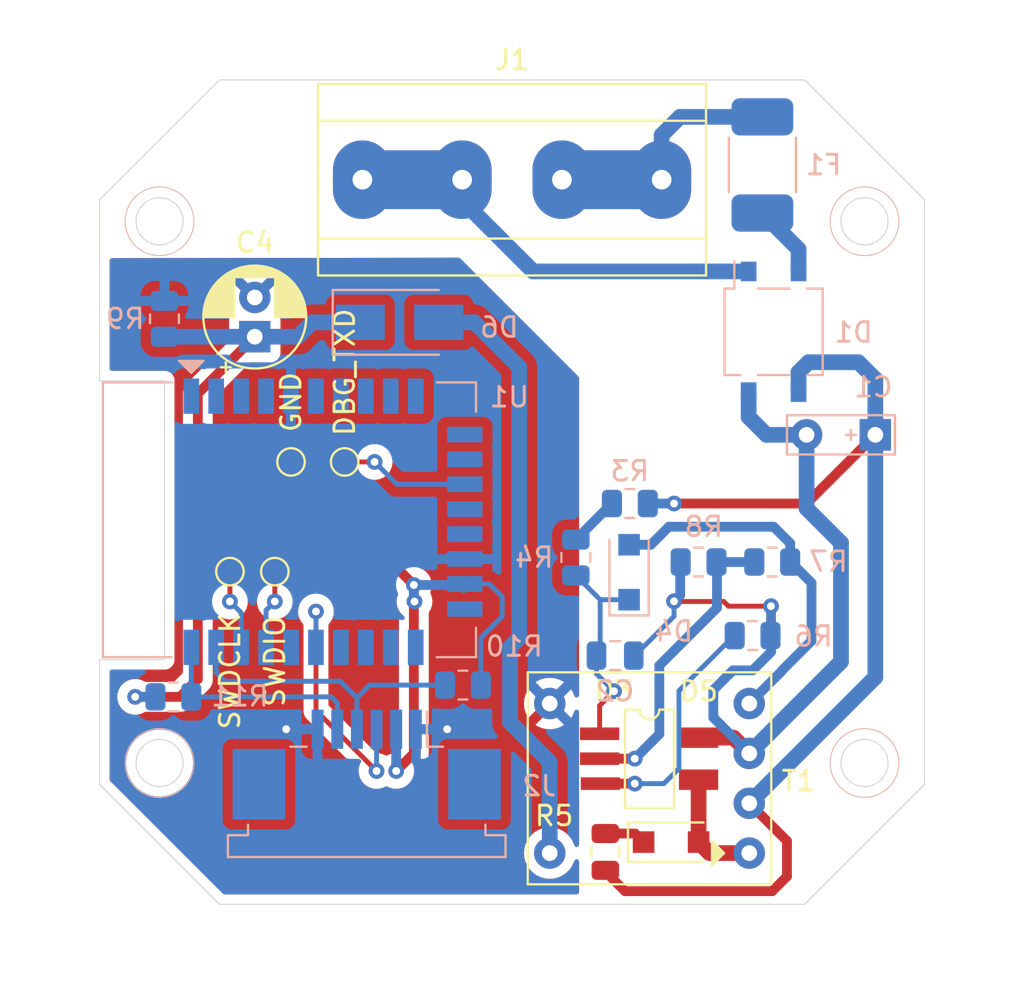
<source format=kicad_pcb>
(kicad_pcb (version 20211014) (generator pcbnew)

  (general
    (thickness 1.6)
  )

  (paper "A4")
  (layers
    (0 "F.Cu" signal)
    (31 "B.Cu" signal)
    (32 "B.Adhes" user "B.Adhesive")
    (33 "F.Adhes" user "F.Adhesive")
    (34 "B.Paste" user)
    (35 "F.Paste" user)
    (36 "B.SilkS" user "B.Silkscreen")
    (37 "F.SilkS" user "F.Silkscreen")
    (38 "B.Mask" user)
    (39 "F.Mask" user)
    (40 "Dwgs.User" user "User.Drawings")
    (41 "Cmts.User" user "User.Comments")
    (42 "Eco1.User" user "User.Eco1")
    (43 "Eco2.User" user "User.Eco2")
    (44 "Edge.Cuts" user)
    (45 "Margin" user)
    (46 "B.CrtYd" user "B.Courtyard")
    (47 "F.CrtYd" user "F.Courtyard")
    (48 "B.Fab" user)
    (49 "F.Fab" user)
  )

  (setup
    (stackup
      (layer "F.SilkS" (type "Top Silk Screen"))
      (layer "F.Paste" (type "Top Solder Paste"))
      (layer "F.Mask" (type "Top Solder Mask") (thickness 0.01))
      (layer "F.Cu" (type "copper") (thickness 0.035))
      (layer "dielectric 1" (type "core") (thickness 1.51) (material "FR4") (epsilon_r 4.5) (loss_tangent 0.02))
      (layer "B.Cu" (type "copper") (thickness 0.035))
      (layer "B.Mask" (type "Bottom Solder Mask") (thickness 0.01))
      (layer "B.Paste" (type "Bottom Solder Paste"))
      (layer "B.SilkS" (type "Bottom Silk Screen"))
      (copper_finish "None")
      (dielectric_constraints no)
    )
    (pad_to_mask_clearance 0.051)
    (solder_mask_min_width 0.25)
    (pcbplotparams
      (layerselection 0x00010f4_ffffffff)
      (disableapertmacros false)
      (usegerberextensions false)
      (usegerberattributes false)
      (usegerberadvancedattributes false)
      (creategerberjobfile false)
      (svguseinch false)
      (svgprecision 6)
      (excludeedgelayer true)
      (plotframeref false)
      (viasonmask false)
      (mode 1)
      (useauxorigin false)
      (hpglpennumber 1)
      (hpglpenspeed 20)
      (hpglpendiameter 15.000000)
      (dxfpolygonmode true)
      (dxfimperialunits true)
      (dxfusepcbnewfont true)
      (psnegative false)
      (psa4output false)
      (plotreference true)
      (plotvalue true)
      (plotinvisibletext false)
      (sketchpadsonfab false)
      (subtractmaskfromsilk false)
      (outputformat 1)
      (mirror false)
      (drillshape 0)
      (scaleselection 1)
      (outputdirectory "")
    )
  )

  (net 0 "")
  (net 1 "+5V")
  (net 2 "GNDD")
  (net 3 "SEN_LED")
  (net 4 "unconnected-(U1-Pad1)")
  (net 5 "unconnected-(U1-Pad2)")
  (net 6 "unconnected-(U1-Pad3)")
  (net 7 "unconnected-(U1-Pad4)")
  (net 8 "unconnected-(U1-Pad6)")
  (net 9 "unconnected-(U1-Pad7)")
  (net 10 "unconnected-(U1-Pad8)")
  (net 11 "unconnected-(U1-Pad9)")
  (net 12 "unconnected-(U1-Pad10)")
  (net 13 "unconnected-(U1-Pad11)")
  (net 14 "unconnected-(U1-Pad13)")
  (net 15 "Net-(U1-Pad37)")
  (net 16 "unconnected-(U1-Pad17)")
  (net 17 "unconnected-(U1-Pad19)")
  (net 18 "unconnected-(U1-Pad25)")
  (net 19 "unconnected-(U1-Pad26)")
  (net 20 "unconnected-(U1-Pad27)")
  (net 21 "unconnected-(U1-Pad29)")
  (net 22 "unconnected-(U1-Pad31)")
  (net 23 "unconnected-(U1-Pad35)")
  (net 24 "Net-(U1-Pad39)")
  (net 25 "Net-(U1-Pad15)")
  (net 26 "Net-(C1-Pad1)")
  (net 27 "Net-(D3-Pad2)")
  (net 28 "GND")
  (net 29 "Net-(C2-Pad1)")
  (net 30 "Net-(D4-Pad2)")
  (net 31 "Net-(D6-Pad2)")
  (net 32 "SEN_SCL")
  (net 33 "SEN_SDA")
  (net 34 "Net-(D1-Pad2)")
  (net 35 "Net-(D1-Pad1)")
  (net 36 "Net-(D3-Pad3)")
  (net 37 "Net-(D3-Pad4)")
  (net 38 "Net-(R3-Pad2)")
  (net 39 "Net-(D5-Pad1)")
  (net 40 "Net-(F1-Pad2)")

  (footprint "sw_miboxer_p3:Transformer_pulse_2P_1S" (layer "F.Cu") (at 77.5 167.25 90))

  (footprint "Resistor_SMD:R_0805_2012Metric" (layer "F.Cu") (at 75.25 171 90))

  (footprint "sw_miboxer_p3:HT2812H" (layer "F.Cu") (at 77.5 166.25 180))

  (footprint "Diode_SMD:D_SOD-123F" (layer "F.Cu") (at 78.6 170.5))

  (footprint "Capacitor_THT:CP_Radial_D5.0mm_P2.00mm" (layer "F.Cu") (at 57.4 144.75 90))

  (footprint "sw_miboxer_p3:CONN_PWR_01x04" (layer "F.Cu") (at 62.88 136.75))

  (footprint "TestPoint:TestPoint_Pad_D1.0mm" (layer "F.Cu") (at 59.245001 151.13))

  (footprint "TestPoint:TestPoint_Pad_D1.0mm" (layer "F.Cu") (at 61.976 151.13))

  (footprint "TestPoint:TestPoint_Pad_D1.0mm" (layer "F.Cu") (at 56.134 156.718))

  (footprint "TestPoint:TestPoint_Pad_D1.0mm" (layer "F.Cu") (at 58.42 156.718))

  (footprint "Resistor_SMD:R_0805_2012Metric" (layer "B.Cu") (at 68 162.5 180))

  (footprint "Resistor_SMD:R_0805_2012Metric" (layer "B.Cu") (at 53.252501 163.1))

  (footprint "Connector_FFC-FPC:TE_84952-6_1x06-1MP_P1.0mm_Horizontal" (layer "B.Cu") (at 63.1 166.55 180))

  (footprint "sw_miboxer_p3:CP_top" (layer "B.Cu") (at 89 149.75 180))

  (footprint "Diode_SMD:D_SOD-123F" (layer "B.Cu") (at 76.46 156.75 90))

  (footprint "Resistor_SMD:R_0805_2012Metric" (layer "B.Cu") (at 83.75 156.23))

  (footprint "Diode_SMD:D_SMA" (layer "B.Cu") (at 64.77 144.018))

  (footprint "Resistor_SMD:R_0805_2012Metric" (layer "B.Cu") (at 52.8 143.8375 90))

  (footprint "Resistor_SMD:R_0805_2012Metric" (layer "B.Cu") (at 76.5 153.25 180))

  (footprint "Resistor_SMD:R_0805_2012Metric" (layer "B.Cu") (at 73.75 156 -90))

  (footprint "Capacitor_SMD:C_0805_2012Metric" (layer "B.Cu") (at 75.75 161))

  (footprint "Resistor_SMD:R_0805_2012Metric" (layer "B.Cu") (at 82.75 159.98))

  (footprint "sw_miboxer_p3:Fuse_1808" (layer "B.Cu") (at 83.25 136 90))

  (footprint "nrf5:E73-2G4M08S1C_light" (layer "B.Cu") (at 54.165001 147.777499 -90))

  (footprint "Package_TO_SOT_SMD:TO-269AA" (layer "B.Cu") (at 83.82 144.5 -90))

  (footprint "Resistor_SMD:R_0805_2012Metric" (layer "B.Cu") (at 80 156.23 180))

  (gr_circle (center 88.450001 166.47) (end 90.200001 166.47) (layer "B.SilkS") (width 0.05) (fill none) (tstamp 61b94f70-3363-433e-8ec1-23c0bbd2ae8f))
  (gr_circle (center 88.450001 138.87) (end 90.200001 138.87) (layer "B.SilkS") (width 0.05) (fill none) (tstamp 6606ada9-ee62-47f7-a023-f5bd487779dc))
  (gr_circle (center 52.550001 138.87) (end 54.300001 138.87) (layer "B.SilkS") (width 0.05) (fill none) (tstamp 7d7986f8-1b33-4ff3-b461-847459f945b5))
  (gr_circle (center 52.55 166.47) (end 54.3 166.47) (layer "B.SilkS") (width 0.05) (fill none) (tstamp c54ddd7b-44f5-47c9-95e5-fad094bc48c0))
  (gr_line (start 85.5 164.67) (end 91.5 164.67) (layer "Eco1.User") (width 0.05) (tstamp 00000000-0000-0000-0000-000061f66067))
  (gr_line (start 85.5 173.67) (end 85.5 164.67) (layer "Eco1.User") (width 0.05) (tstamp 00000000-0000-0000-0000-000061f66073))
  (gr_line (start 80.5 131.67) (end 80.5 140.67) (layer "Eco1.User") (width 0.05) (tstamp 00000000-0000-0000-0000-000061f66076))
  (gr_line (start 80.5 140.67) (end 91.500001 140.67) (layer "Eco1.User") (width 0.05) (tstamp 00000000-0000-0000-0000-000061f674ee))
  (gr_line (start 55.5 164.67) (end 55.5 173.67) (layer "Eco1.User") (width 0.05) (tstamp 5d376900-7363-4699-8218-d6e93af5c826))
  (gr_line (start 49.5 164.67) (end 55.5 164.67) (layer "Eco1.User") (width 0.05) (tstamp 82fc766b-6492-4c68-8bb5-a36e65bdfb10))
  (gr_line (start 60.5 131.67) (end 60.5 140.67) (layer "Eco1.User") (width 0.05) (tstamp 906a3e14-c01c-4d28-8684-9c45aa984a8f))
  (gr_line (start 70.5 127.67) (end 70.5 177.67) (layer "Eco1.User") (width 0.15) (tstamp cb284604-9792-404a-b0b4-08beeafc910c))
  (gr_line (start 44.500001 152.67) (end 96.500001 152.67) (layer "Eco1.User") (width 0.15) (tstamp d0c6f3e7-e0cc-4b20-8542-abe6d10c4c3e))
  (gr_line (start 60.5 140.67) (end 49.500001 140.67) (layer "Eco1.User") (width 0.05) (tstamp d96d915c-48af-4c00-85bb-c35ff6c82a92))
  (gr_line (start 85.400001 131.67) (end 91.500001 137.77) (layer "Edge.Cuts") (width 0.05) (tstamp 00000000-0000-0000-0000-000061f65571))
  (gr_line (start 91.500001 167.570001) (end 91.500001 137.77) (layer "Edge.Cuts") (width 0.05) (tstamp 00000000-0000-0000-0000-000061f66064))
  (gr_line (start 85.400001 173.67) (end 91.500001 167.57) (layer "Edge.Cuts") (width 0.05) (tstamp 00000000-0000-0000-0000-000061f6606a))
  (gr_circle (center 88.450001 166.47) (end 89.650001 166.47) (layer "Edge.Cuts") (width 0.05) (fill none) (tstamp 00000000-0000-0000-0000-000061f6606d))
  (gr_circle (center 88.450001 138.87) (end 89.650001 138.87) (layer "Edge.Cuts") (width 0.05) (fill none) (tstamp 00000000-0000-0000-0000-000061f66070))
  (gr_line (start 49.5 161.2) (end 49.5 167.57) (layer "Edge.Cuts") (width 0.05) (tstamp 0a3888fe-52ef-4a7b-8afb-bd973f198858))
  (gr_line (start 85.400001 131.67) (end 55.600001 131.67) (layer "Edge.Cuts") (width 0.05) (tstamp 0f1084c6-cd91-4904-8dd0-d0ae2df0d6ca))
  (gr_line (start 49.500001 137.77) (end 55.600001 131.67) (layer "Edge.Cuts") (width 0.05) (tstamp 10eeba6e-f8a9-443a-af76-4cd425bc9320))
  (gr_circle (center 52.55 166.47) (end 53.75 166.47) (layer "Edge.Cuts") (width 0.05) (fill none) (tstamp 1798a930-49d8-4164-8702-4606a14300ee))
  (gr_line (start 55.6 173.67) (end 49.5 167.57) (layer "Edge.Cuts") (width 0.05) (tstamp 3807e1cf-c867-49d4-bdb1-0adec8f2f4b5))
  (gr_line (start 55.600001 173.67) (end 85.4 173.67) (layer "Edge.Cuts") (width 0.05) (tstamp 76fea7e2-8215-4163-bf07-7caa57f13f59))
  (gr_line (start 52.8 161.2) (end 49.5 161.2) (layer "Edge.Cuts") (width 0.05) (tstamp 99617403-45c3-4244-a9cb-a2c1f6d67ca4))
  (gr_line (start 49.500001 137.77) (end 49.5 147) (layer "Edge.Cuts") (width 0.05) (tstamp aff608e3-535f-4c2e-ae5b-a3f1227db66a))
  (gr_line (start 52.8 147) (end 52.8 161.2) (layer "Edge.Cuts") (width 0.05) (tstamp cbce88e3-c01e-42ca-8337-6577034924ca))
  (gr_line (start 49.5 147) (end 52.8 147) (layer "Edge.Cuts") (width 0.05) (tstamp ccb03efd-012b-4892-b4a3-aaed0730a086))
  (gr_circle (center 52.550001 138.87) (end 53.750001 138.87) (layer "Edge.Cuts") (width 0.05) (fill none) (tstamp cf7dfdab-b96c-48dc-8ccf-99939a20567e))

  (segment (start 65.5 165.978) (end 65.5 157.4) (width 0.5) (layer "F.Cu") (net 1) (tstamp 0d87f6f4-a7fb-4b0d-a5e3-6d8e63bb7889))
  (segment (start 51.308 163.1) (end 53.594 163.1) (width 0.5) (layer "F.Cu") (net 1) (tstamp 1d624d72-6268-4ad3-874b-2ed3895b7bca))
  (segment (start 54.5 147.65) (end 57.4 144.75) (width 0.5) (layer "F.Cu") (net 1) (tstamp 3a9aac5f-527b-4fff-8759-a812e3b254e5))
  (segment (start 64.6 166.878) (end 65.5 165.978) (width 0.5) (layer "F.Cu") (net 1) (tstamp 3e75be1e-c6b1-4e28-858a-2242ffdf0163))
  (segment (start 53.594 163.1) (end 54.5 162.194) (width 0.5) (layer "F.Cu") (net 1) (tstamp 79bbf8ce-3dc2-48b4-b6f1-41e58dc8893f))
  (segment (start 62.024 153.924) (end 65.5 157.4) (width 0.5) (layer "F.Cu") (net 1) (tstamp 7ca17727-e969-44bb-9243-da76ca604c5a))
  (segment (start 54.5 162.194) (end 54.5 147.65) (width 0.5) (layer "F.Cu") (net 1) (tstamp d69fef18-fb7c-45a0-889b-c37b18f08eb6))
  (segment (start 54.5 153.924) (end 62.024 153.924) (width 0.5) (layer "F.Cu") (net 1) (tstamp ff449a13-282c-45d1-9afb-b65e093acc1a))
  (via (at 65.532 158.242) (size 0.8) (drill 0.4) (layers "F.Cu" "B.Cu") (net 1) (tstamp 22a1f965-9db7-4822-8107-c3c812ce9fc3))
  (via (at 51.308 163.1) (size 0.8) (drill 0.4) (layers "F.Cu" "B.Cu") (net 1) (tstamp 7a03a948-4d5c-43dd-ada0-240d0c7acfb0))
  (via (at 64.6 166.878) (size 0.8) (drill 0.4) (layers "F.Cu" "B.Cu") (net 1) (tstamp 91f9cc45-f20d-4438-9d10-48c3b0ff295e))
  (via (at 65.5 157.4) (size 0.8) (drill 0.4) (layers "F.Cu" "B.Cu") (net 1) (tstamp dab7df1f-6980-4b62-a932-7de605dcfd80))
  (segment (start 70 159) (end 70 158) (width 0.25) (layer "B.Cu") (net 1) (tstamp 07b23b02-6e40-426f-81fc-ee783861dafd))
  (segment (start 65.5 157.4) (end 68.042499 157.4) (width 0.5) (layer "B.Cu") (net 1) (tstamp 0fab1dbc-0f3e-425c-86d9-d6455c8338d9))
  (segment (start 70 158) (end 69.347499 157.347499) (width 0.25) (layer "B.Cu") (net 1) (tstamp 1d3f86f9-47c9-4ea9-9f32-9a6156dae32a))
  (segment (start 59.593 144.75) (end 60.325 144.018) (width 0.8) (layer "B.Cu") (net 1) (tstamp 4e0fb127-d5b5-4c72-aed7-f2a16fed1959))
  (segment (start 57.4 144.75) (end 59.593 144.75) (width 0.8) (layer "B.Cu") (net 1) (tstamp 5d1e0632-169e-446d-a219-1118994b30a0))
  (segment (start 68.9125 160.0875) (end 70 159) (width 0.25) (layer "B.Cu") (net 1) (tstamp 755ca953-f4f5-47fc-a80c-0c81b5e94b22))
  (segment (start 68.042499 157.4) (end 68.095 157.347499) (width 0.8) (layer "B.Cu") (net 1) (tstamp 7679c682-b675-4246-9fae-53e490436dce))
  (segment (start 65.5 158.21) (end 65.5 157.4) (width 0.5) (layer "B.Cu") (net 1) (tstamp 773fd1b6-e5a6-4afd-81f6-239eed0cbdf0))
  (segment (start 64.6 164.75) (end 64.6 166.878) (width 0.5) (layer "B.Cu") (net 1) (tstamp 7a45da1a-da68-43e3-a67e-c8839959ed3c))
  (segment (start 65.532 158.242) (end 65.5 158.21) (width 0.5) (layer "B.Cu") (net 1) (tstamp 7a63a2bf-34e2-4080-8d90-f8257debbdd8))
  (segment (start 57.4 144.75) (end 52.8 144.75) (width 0.8) (layer "B.Cu") (net 1) (tstamp 7a71b7ba-7e30-4e05-87ec-f41d559a1728))
  (segment (start 69.347499 157.347499) (end 68.095 157.347499) (width 0.25) (layer "B.Cu") (net 1) (tstamp a8cb6246-1dd7-4121-88d5-89ae563b4b79))
  (segment (start 60.325 144.018) (end 62.77 144.018) (width 0.8) (layer "B.Cu") (net 1) (tstamp acfa074a-55b7-4dc3-b238-62ddea3951ae))
  (segment (start 51.308 163.1) (end 52.340001 163.1) (width 0.5) (layer "B.Cu") (net 1) (tstamp be2d1230-7470-449c-9d69-fad55238a2b0))
  (segment (start 68.9125 162.5) (end 68.9125 160.0875) (width 0.25) (layer "B.Cu") (net 1) (tstamp eafc736b-3c70-49ae-8806-103410389c48))
  (via (at 59 164.75) (size 0.8) (drill 0.4) (layers "F.Cu" "B.Cu") (net 2) (tstamp 9e36f89a-cc2c-4c40-a0f0-6073f1f89fbd))
  (via (at 67.2 164.75) (size 0.8) (drill 0.4) (layers "F.Cu" "B.Cu") (net 2) (tstamp a574d187-88a1-4050-a72f-05f0cfb9d6ab))
  (segment (start 65.6 164.75) (end 67.2 164.75) (width 0.5) (layer "B.Cu") (net 2) (tstamp 731036ae-3812-41b5-a830-7b384aa49b32))
  (segment (start 59 164.75) (end 60.6 164.75) (width 0.5) (layer "B.Cu") (net 2) (tstamp d22df616-8304-40da-a7a7-fcfb6db5804a))
  (segment (start 60.515001 163.793001) (end 63.6 166.878) (width 0.25) (layer "F.Cu") (net 3) (tstamp 932733e8-e62d-4608-a1e1-1755bf3824a6))
  (segment (start 60.515001 158.75) (end 60.515001 163.793001) (width 0.25) (layer "F.Cu") (net 3) (tstamp 9d7edadb-c88e-4ec9-8c2a-ac0c55d1db5d))
  (via (at 60.515001 158.75) (size 0.8) (drill 0.4) (layers "F.Cu" "B.Cu") (net 3) (tstamp aa4fa764-663f-40f2-a209-cc4ae13217bb))
  (via (at 63.6 166.878) (size 0.8) (drill 0.4) (layers "F.Cu" "B.Cu") (net 3) (tstamp ef312688-93f2-4600-bb15-d9a9b6b19ac7))
  (segment (start 63.6 166.878) (end 63.6 164.75) (width 0.25) (layer "B.Cu") (net 3) (tstamp 87cb7333-a8ce-4204-b022-cb8ac1f5cfde))
  (segment (start 60.515001 158.75) (end 60.515001 160.5775) (width 0.25) (layer "B.Cu") (net 3) (tstamp a429b740-3f84-4629-bd29-a3ccd3406de3))
  (segment (start 58.42 158.242) (end 58.42 156.718) (width 0.25) (layer "F.Cu") (net 15) (tstamp a27860fd-3e6c-4ba7-9821-5c2337e0d748))
  (via (at 58.42 158.242) (size 0.8) (drill 0.4) (layers "F.Cu" "B.Cu") (net 15) (tstamp 98fe6f69-e133-461b-896b-8226fdc128d3))
  (segment (start 57.975001 158.686999) (end 58.42 158.242) (width 0.25) (layer "B.Cu") (net 15) (tstamp 5974b373-128e-4c8e-9d49-ac1edd35f2f1))
  (segment (start 57.975001 160.5775) (end 57.975001 158.686999) (width 0.25) (layer "B.Cu") (net 15) (tstamp be5b4bf7-105c-4acb-a688-f30d655ab081))
  (segment (start 56.134 158.242) (end 56.134 156.718) (width 0.25) (layer "F.Cu") (net 24) (tstamp 3f95fc7b-4cee-4798-8d8a-b56f9cc4e4a0))
  (via (at 56.134 158.242) (size 0.8) (drill 0.4) (layers "F.Cu" "B.Cu") (net 24) (tstamp ee9e3caa-6370-44f2-8065-78479ccb0208))
  (segment (start 56.705001 160.5775) (end 56.705001 158.813001) (width 0.25) (layer "B.Cu") (net 24) (tstamp ac3ef430-0693-493f-b414-7de12f7bc96d))
  (segment (start 56.705001 158.813001) (end 56.134 158.242) (width 0.25) (layer "B.Cu") (net 24) (tstamp b1f0850a-cef4-4a5b-ac1d-03c23d0e657f))
  (segment (start 63.5 151.13) (end 61.976 151.13) (width 0.25) (layer "F.Cu") (net 25) (tstamp 326d19c9-2ea7-42ac-9ccd-ad5fdb8919af))
  (via (at 63.5 151.13) (size 0.8) (drill 0.4) (layers "F.Cu" "B.Cu") (net 25) (tstamp 4c5778bc-73a4-4313-9163-71583af9d7b7))
  (segment (start 63.5 151.13) (end 64.6375 152.2675) (width 0.25) (layer "B.Cu") (net 25) (tstamp 1751acc8-1dd4-440c-987d-e661ca3363f8))
  (segment (start 64.6375 152.2675) (end 68.095 152.2675) (width 0.25) (layer "B.Cu") (net 25) (tstamp fd06e71a-2228-4b94-b96a-7a02f758f5f6))
  (segment (start 84.5 172.25) (end 84.5 170.44) (width 0.5) (layer "F.Cu") (net 26) (tstamp 1ca14d7b-1a6f-4d45-85cd-dbc2bdbef4dd))
  (segment (start 76.25 173) (end 83.75 173) (width 0.5) (layer "F.Cu") (net 26) (tstamp 5c7a5b4f-383e-40f3-8157-0222562b33a2))
  (segment (start 84.5 170.44) (end 82.58 168.52) (width 0.5) (layer "F.Cu") (net 26) (tstamp 5f2a5e80-e0b7-424f-b717-b870468eb016))
  (segment (start 83.75 173) (end 84.5 172.25) (width 0.5) (layer "F.Cu") (net 26) (tstamp 6fce7f72-8815-4246-8792-9944d8f7130e))
  (segment (start 78.75 153.25) (end 85.5 153.25) (width 0.5) (layer "F.Cu") (net 26) (tstamp 857d0e68-7e22-4ea9-b364-a87c62be9021))
  (segment (start 75.25 172) (end 76.25 173) (width 0.5) (layer "F.Cu") (net 26) (tstamp 987a4889-e36d-47d9-84b9-3f5f5016f7e5))
  (segment (start 85.5 153.25) (end 89 149.75) (width 0.5) (layer "F.Cu") (net 26) (tstamp f6ae84ee-8bfa-474c-a319-966665883daf))
  (via (at 78.75 153.25) (size 0.8) (drill 0.4) (layers "F.Cu" "B.Cu") (net 26) (tstamp c8f09dbb-39e9-423d-88d6-5857640d7d3f))
  (segment (start 85.598 146.05) (end 85.09 146.558) (width 0.8) (layer "B.Cu") (net 26) (tstamp 20bad4b9-39dc-45a8-98f3-ebfc585db828))
  (segment (start 89 162.1) (end 82.58 168.52) (width 0.8) (layer "B.Cu") (net 26) (tstamp 5088591e-22d7-439c-961f-463299c3184b))
  (segment (start 88.138 146.05) (end 85.598 146.05) (width 0.8) (layer "B.Cu") (net 26) (tstamp 56ccb8e6-9cc7-47cb-b28c-1c442820e35d))
  (segment (start 89 146.912) (end 88.138 146.05) (width 0.8) (layer "B.Cu") (net 26) (tstamp 5c6afc43-c032-48e3-9ffb-06d9f51e0fa9))
  (segment (start 89 149.75) (end 89 146.912) (width 0.8) (layer "B.Cu") (net 26) (tstamp 5ec5c9bb-ed87-4caa-bb1a-b3bbf0b7466a))
  (segment (start 78.75 153.25) (end 77.4125 153.25) (width 0.5) (layer "B.Cu") (net 26) (tstamp 63496b22-1f2f-4f7f-a8e5-2824d155abe0))
  (segment (start 85.09 146.558) (end 85.09 147.575) (width 0.8) (layer "B.Cu") (net 26) (tstamp 6d4008e1-c5e4-4528-8835-b02cde7aec68))
  (segment (start 89 149.75) (end 89 162.1) (width 0.8) (layer "B.Cu") (net 26) (tstamp beaaa8cb-e584-42b0-9006-e752045faa24))
  (segment (start 74.96 166.25) (end 76.75 166.25) (width 0.5) (layer "F.Cu") (net 27) (tstamp 00cd5089-3393-4ef5-aef5-bd43438cf4a0))
  (via (at 76.75 166.25) (size 0.8) (drill 0.4) (layers "F.Cu" "B.Cu") (net 27) (tstamp 762eaadd-f670-4857-b4af-b27400a629b8))
  (segment (start 80.9375 158.5625) (end 80.9375 156.23) (width 0.5) (layer "B.Cu") (net 27) (tstamp 616e5ab0-e1a7-4f38-aefa-97cd9bce4fa3))
  (segment (start 80.9375 156.23) (end 82.8125 156.23) (width 0.5) (layer "B.Cu") (net 27) (tstamp 6bff2727-adc5-4abc-a32d-d14f97a65676))
  (segment (start 78 161.5) (end 80.9375 158.5625) (width 0.5) (layer "B.Cu") (net 27) (tstamp a920bba8-961b-4d6e-9714-099309def2e7))
  (segment (start 76.75 166.25) (end 78 165) (width 0.5) (layer "B.Cu") (net 27) (tstamp e2ef34c9-e78e-4c60-bc9d-4ae4268839ab))
  (segment (start 78 165) (end 78 161.5) (width 0.5) (layer "B.Cu") (net 27) (tstamp f0ebff1a-c3b8-4cef-914c-94af1df5032b))
  (segment (start 78.762 158.242) (end 78.75 158.23) (width 0.25) (layer "F.Cu") (net 28) (tstamp 10e03b0d-d483-4488-b6a7-e35a06187799))
  (segment (start 81.780001 165.180001) (end 82.58 165.98) (width 0.8) (layer "F.Cu") (net 28) (tstamp 18a1ec88-c215-4187-b9f5-888a044288bf))
  (segment (start 81.28 158.242) (end 78.762 158.242) (width 0.25) (layer "F.Cu") (net 28) (tstamp 543c9832-3f19-4a00-8814-7bcda7878b03))
  (segment (start 80 165.18) (end 81.780001 165.180001) (width 0.8) (layer "F.Cu") (net 28) (tstamp 9a04bb4e-9cad-44b6-8944-0e460395c851))
  (segment (start 83.6875 158.48) (end 81.518 158.48) (width 0.25) (layer "F.Cu") (net 28) (tstamp b3c329fe-b885-48e7-a58e-b6f6a785df36))
  (segment (start 81.518 158.48) (end 81.28 158.242) (width 0.25) (layer "F.Cu") (net 28) (tstamp e91a6594-faea-42a7-8ceb-b18ff605a5fa))
  (via (at 78.75 158.23) (size 0.8) (drill 0.4) (layers "F.Cu" "B.Cu") (net 28) (tstamp 80c272cf-a133-4486-a157-893188a5829f))
  (via (at 83.6875 158.48) (size 0.8) (drill 0.4) (layers "F.Cu" "B.Cu") (net 28) (tstamp be3bacee-6aa8-4c3f-855b-906c69155576))
  (segment (start 85.5 149.75) (end 85.5 153.5) (width 0.8) (layer "B.Cu") (net 28) (tstamp 004db417-d0a3-4a1e-86e0-82dc83caafd4))
  (segment (start 80.75 162.75) (end 80.75 164.15) (width 0.5) (layer "B.Cu") (net 28) (tstamp 009ea190-9616-40e4-adc0-dcdb219e46fa))
  (segment (start 81.75 161.75) (end 80.75 162.75) (width 0.5) (layer "B.Cu") (net 28) (tstamp 07c4aee1-2a07-43e3-ae04-08b1ec68c3ce))
  (segment (start 83.6875 160.8125) (end 82.75 161.75) (width 0.5) (layer "B.Cu") (net 28) (tstamp 14375eb9-20af-4d64-8a5b-fc623fb2a506))
  (segment (start 78.75 158.23) (end 78.75 158.994) (width 0.25) (layer "B.Cu") (net 28) (tstamp 3a393852-9811-4c13-8da6-f1db34967403))
  (segment (start 87.25 155.25) (end 87.25 161.31) (width 0.8) (layer "B.Cu") (net 28) (tstamp 3dd96b4c-9553-4c6e-877e-5b09ac07696b))
  (segment (start 82.75 161.75) (end 81.75 161.75) (width 0.5) (layer "B.Cu") (net 28) (tstamp 53ca900e-8c13-4fcc-8256-b4203ad65ab5))
  (segment (start 78.75 158.994) (end 76.744 161) (width 0.25) (layer "B.Cu") (net 28) (tstamp 57fb34c5-7259-468b-b6d5-5c33da4328a3))
  (segment (start 83.6875 158.5425) (end 83.75 158.48) (width 0.25) (layer "B.Cu") (net 28) (tstamp 5a5317a8-5e3a-4917-9fd9-b40da876b0ff))
  (segment (start 83.6875 159.98) (end 83.6875 158.5425) (width 0.5) (layer "B.Cu") (net 28) (tstamp 60ba01ae-647f-4d04-9630-81da963a42f0))
  (segment (start 83.456 149.75) (end 85.5 149.75) (width 0.8) (layer "B.Cu") (net 28) (tstamp 675eb06d-bf9d-4541-966c-1030e0160f51))
  (segment (start 79.0625 157.9175) (end 78.75 158.23) (width 0.5) (layer "B.Cu") (net 28) (tstamp 7f08d1f3-e607-479b-9554-072cad553466))
  (segment (start 83.6875 159.98) (end 83.6875 160.8125) (width 0.5) (layer "B.Cu") (net 28) (tstamp 830920c1-292e-40cb-b61b-4e5286346523))
  (segment (start 82.55 147.575) (end 82.55 148.844) (width 0.8) (layer "B.Cu") (net 28) (tstamp 8b64b039-fcca-4309-b2ca-a2bbf8a51104))
  (segment (start 87.25 161.31) (end 82.58 165.98) (width 0.8) (layer "B.Cu") (net 28) (tstamp 8f7cd8ca-bd6e-41cc-9a17-54506520699c))
  (segment (start 80.75 164.15) (end 82.58 165.98) (width 0.5) (layer "B.Cu") (net 28) (tstamp 9f7b946f-28d1-4fe3-8dfa-eb318360229f))
  (segment (start 85.5 153.5) (end 87.25 155.25) (width 0.8) (layer "B.Cu") (net 28) (tstamp bc7de0ab-1a8d-4418-a77b-3b0c8ec8bde2))
  (segment (start 82.55 148.844) (end 83.456 149.75) (width 0.8) (layer "B.Cu") (net 28) (tstamp db20ab0b-6071-43fc-9338-f43926076c70))
  (segment (start 79.0625 156.23) (end 79.0625 157.9175) (width 0.5) (layer "B.Cu") (net 28) (tstamp e5482a58-c4c6-45fe-af93-1ed465e643d4))
  (segment (start 74.96 164.98) (end 74.96 163.546) (width 0.25) (layer "F.Cu") (net 29) (tstamp 215896be-8174-4529-ae74-f9768a5f9708))
  (segment (start 74.96 163.546) (end 75.692 162.814) (width 0.25) (layer "F.Cu") (net 29) (tstamp 8bead67b-a2d9-43e4-b69c-6a0ef801dc76))
  (via (at 75.692 162.814) (size 0.8) (drill 0.4) (layers "F.Cu" "B.Cu") (net 29) (tstamp 87057695-dd4a-40d4-b5d2-5539d093bb7f))
  (segment (start 75.692 162.814) (end 74.8 161.922) (width 0.25) (layer "B.Cu") (net 29) (tstamp 33c4b4f3-d92c-44c8-b9d8-f3576885a88e))
  (segment (start 74.9875 158.15) (end 76.46 158.15) (width 0.25) (layer "B.Cu") (net 29) (tstamp 707b11ec-9c2a-41f7-8c3b-d09b33d90fa4))
  (segment (start 74.9875 158.15) (end 74.9875 160.8125) (width 0.25) (layer "B.Cu") (net 29) (tstamp 8207cde8-3786-4d84-bc0f-983e3fc2d19c))
  (segment (start 74.8 161.922) (end 74.8 161) (width 0.25) (layer "B.Cu") (net 29) (tstamp d13988ab-a5ca-454d-811f-7d407deb3cbd))
  (segment (start 73.75 156.9125) (end 74.9875 158.15) (width 0.25) (layer "B.Cu") (net 29) (tstamp ecb00e7f-c356-4707-9ea9-fd4366709a13))
  (segment (start 85.75 160.25) (end 84.25 161.75) (width 0.5) (layer "B.Cu") (net 30) (tstamp 0bee4e33-9795-4f92-bdc6-88f77efc104b))
  (segment (start 76.46 155.35) (end 77.568 155.35) (width 0.5) (layer "B.Cu") (net 30) (tstamp 313ba563-588a-47cf-b006-2f7aafb6a829))
  (segment (start 84.6875 156.23) (end 85.75 157.2925) (width 0.5) (layer "B.Cu") (net 30) (tstamp 38957e15-3de4-4bfe-9da7-23604b5df819))
  (segment (start 85.75 157.2925) (end 85.75 160.25) (width 0.5) (layer "B.Cu") (net 30) (tstamp 46310202-931a-4b68-9862-9d95d1ac36c5))
  (segment (start 84.6625 155.2745) (end 84.6625 156.23) (width 0.5) (layer "B.Cu") (net 30) (tstamp 5ff9e05f-abdb-4c52-86aa-4cbd76e1b229))
  (segment (start 78.486 154.432) (end 83.82 154.432) (width 0.5) (layer "B.Cu") (net 30) (tstamp 7c57003d-5614-41c0-bdfb-60d9f13d2db8))
  (segment (start 83.82 154.432) (end 84.6625 155.2745) (width 0.5) (layer "B.Cu") (net 30) (tstamp 7df105f8-cd2f-4fd7-8dc3-663c90ea707d))
  (segment (start 77.568 155.35) (end 78.486 154.432) (width 0.5) (layer "B.Cu") (net 30) (tstamp 97f2d3f0-3e59-4258-8e2f-adbe5ebf1fbf))
  (segment (start 84.25 161.77) (end 82.58 163.44) (width 0.5) (layer "B.Cu") (net 30) (tstamp b278aa1a-6383-4912-b8a0-5a5edbd7b2e4))
  (segment (start 70.866 160.097653) (end 70.866 146.304) (width 0.8) (layer "B.Cu") (net 31) (tstamp 06c918e5-95c8-4b54-a0bb-f15e528eb759))
  (segment (start 70.4 164.4) (end 70.4 160.563653) (width 0.8) (layer "B.Cu") (net 31) (tstamp 06f8395a-1b77-434d-97bb-2ae73469de73))
  (segment (start 70.866 146.304) (end 68.58 144.018) (width 0.8) (layer "B.Cu") (net 31) (tstamp 3102c870-40cc-4c6b-9a2b-7593ff48fd23))
  (segment (start 72.42 171.06) (end 72.42 166.42) (width 0.8) (layer "B.Cu") (net 31) (tstamp 31609696-6579-4886-bc17-662bf089ebe7))
  (segment (start 70.4 160.563653) (end 70.866 160.097653) (width 0.8) (layer "B.Cu") (net 31) (tstamp 451c2d94-15f0-48c2-98df-ff295791e7f8))
  (segment (start 72.42 166.42) (end 70.4 164.4) (width 0.8) (layer "B.Cu") (net 31) (tstamp 5137aa89-50f7-47b4-88e0-dcb4a130fd59))
  (segment (start 68.58 144.018) (end 66.77 144.018) (width 0.8) (layer "B.Cu") (net 31) (tstamp c4398832-de6e-406e-9944-0c1f2125ecfa))
  (segment (start 54.165001 163.1) (end 61.3 163.1) (width 0.25) (layer "B.Cu") (net 32) (tstamp 3fc06969-ed8c-4212-87a3-e437bd658176))
  (segment (start 54.165001 160.5775) (end 54.165001 163.1) (width 0.25) (layer "B.Cu") (net 32) (tstamp 4c03a829-fad5-4d49-bf73-dc3eba058c01))
  (segment (start 61.3 163.1) (end 61.6 163.4) (width 0.25) (layer "B.Cu") (net 32) (tstamp 6a289dd2-6d92-4f59-a65c-c7bf2b69e0ec))
  (segment (start 61.6 163.4) (end 61.6 164.75) (width 0.25) (layer "B.Cu") (net 32) (tstamp c271f340-e9fe-41af-9ea6-e1749be3844f))
  (segment (start 55.435001 161.861001) (end 55.88 162.306) (width 0.25) (layer "B.Cu") (net 33) (tstamp 0f614d89-2950-420d-8ba9-6dc5b8bc00a4))
  (segment (start 61.756 162.306) (end 62.6 163.15) (width 0.25) (layer "B.Cu") (net 33) (tstamp 1606d8b6-16b9-4744-b82c-ea7d5b840e5b))
  (segment (start 55.88 162.306) (end 61.756 162.306) (width 0.25) (layer "B.Cu") (net 33) (tstamp 2f51e387-90dd-4aee-b5b7-9531074691c4))
  (segment (start 63.25 162.5) (end 62.6 163.15) (width 0.25) (layer "B.Cu") (net 33) (tstamp 433aab15-52e0-45e4-b9ca-d3bb06ed4dad))
  (segment (start 55.435001 160.5775) (end 55.435001 161.861001) (width 0.25) (layer "B.Cu") (net 33) (tstamp 441f8089-8fa0-469d-be8f-b2d43b69f22f))
  (segment (start 62.6 163.15) (end 62.6 164.75) (width 0.25) (layer "B.Cu") (net 33) (tstamp 5fa92c72-c59b-4425-b31c-66a8c72d6be2))
  (segment (start 67.0875 162.5) (end 63.25 162.5) (width 0.25) (layer "B.Cu") (net 33) (tstamp 8c4b83b6-3d5d-4e05-9ce0-31847c76d135))
  (segment (start 83.25 138.45) (end 85.09 140.29) (width 0.8) (layer "B.Cu") (net 34) (tstamp 77f1496e-5591-4e7d-88c1-904948b0fc89))
  (segment (start 85.09 140.29) (end 85.09 141.425) (width 0.8) (layer "B.Cu") (net 34) (tstamp ca3472d2-52c8-4304-b36f-136c4a13e3e4))
  (segment (start 71.575 141.425) (end 82.55 141.425) (width 0.8) (layer "B.Cu") (net 35) (tstamp 50667c90-aed4-4a4b-8cd8-8f3aedae75db))
  (segment (start 67.96 136.75) (end 62.88 136.75) (width 3) (layer "B.Cu") (net 35) (tstamp b7685813-364b-439f-94a8-04c82c20c2ca))
  (segment (start 67.96 137.81) (end 71.575 141.425) (width 0.8) (layer "B.Cu") (net 35) (tstamp f6674c13-0fe0-4cfd-9b83-71850d8deb72))
  (segment (start 76.73 167.52) (end 76.75 167.5) (width 0.25) (layer "F.Cu") (net 36) (tstamp 1b319b10-d6f9-414b-ac86-a43a3bc77138))
  (segment (start 75 167.52) (end 76.73 167.52) (width 0.5) (layer "F.Cu") (net 36) (tstamp 47fd604b-1f50-40c8-882c-56e99f562317))
  (via (at 76.75 167.52) (size 0.8) (drill 0.4) (layers "F.Cu" "B.Cu") (net 36) (tstamp 5f9944d7-ba13-414b-bd99-cdb6cb6316fa))
  (segment (start 79 162.7925) (end 81.8125 159.98) (width 0.25) (layer "B.Cu") (net 36) (tstamp 547fc6be-4e36-4960-9cc9-503b00835480))
  (segment (start 76.75 167.52) (end 78.23 167.52) (width 0.25) (layer "B.Cu") (net 36) (tstamp a858c0fe-3fe9-4c9e-a3e7-b69b4d85eafa))
  (segment (start 79 166.75) (end 79 162.7925) (width 0.25) (layer "B.Cu") (net 36) (tstamp b4147f25-fa7e-4697-80e0-41323044303e))
  (segment (start 78.23 167.52) (end 79 166.75) (width 0.25) (layer "B.Cu") (net 36) (tstamp f859fc0e-7f92-40f1-856c-9fefb3e22a9f))
  (segment (start 80.56 171.06) (end 80 170.5) (width 0.8) (layer "F.Cu") (net 37) (tstamp 2d2bedbb-bf18-4d18-8e8e-a00083d9855c))
  (segment (start 80 167.32) (end 80 170.5) (width 0.8) (layer "F.Cu") (net 37) (tstamp 8c159b30-90cd-4f40-b772-a0dc74f11e0d))
  (segment (start 82.58 171.06) (end 80.56 171.06) (width 0.8) (layer "F.Cu") (net 37) (tstamp e9713472-0502-42d3-b04a-9724eebaa011))
  (segment (start 75.5875 153.25) (end 73.75 155.0875) (width 0.5) (layer "B.Cu") (net 38) (tstamp b51e34f1-8685-418c-86d8-00c240b0e4d1))
  (segment (start 76.7625 170.0625) (end 77.2 170.5) (width 0.5) (layer "F.Cu") (net 39) (tstamp 7f5d81b8-0ebd-45ee-a188-df4291fe9bfc))
  (segment (start 75.25 170.0625) (end 76.7625 170.0625) (width 0.5) (layer "F.Cu") (net 39) (tstamp d3be8ebc-afef-4112-8bfd-85253fe5ae70))
  (segment (start 73.04 136.75) (end 78.12 136.75) (width 3) (layer "B.Cu") (net 40) (tstamp 248b8303-0780-4a68-9fa6-8631645d10ef))
  (segment (start 78.12 134.478) (end 78.12 136.75) (width 0.8) (layer "B.Cu") (net 40) (tstamp 58bf011e-ba2f-4739-bf7d-d7d4553c26ff))
  (segment (start 79.048 133.55) (end 78.12 134.478) (width 0.8) (layer "B.Cu") (net 40) (tstamp 712c86aa-5512-4458-8903-2e10278fedb4))
  (segment (start 83.25 133.55) (end 79.048 133.55) (width 0.8) (layer "B.Cu") (net 40) (tstamp 9e9a3b7f-583f-47fe-ad81-4fe4c177f9d1))

  (zone (net 2) (net_name "GNDD") (layers F&B.Cu) (tstamp f61f03fb-b68a-4142-b23c-3f6bf28a3b93) (hatch edge 0.508)
    (connect_pads (clearance 0.508))
    (min_thickness 0.254) (filled_areas_thickness no)
    (fill yes (thermal_gap 0.508) (thermal_bridge_width 0.508))
    (polygon
      (pts
        (xy 55.5 173.228)
        (xy 49.784 167.386)
        (xy 49.784 140.75)
        (xy 67.826577 140.724577)
        (xy 73.914 146.812)
        (xy 73.914 173.228)
      )
    )
    (filled_polygon
      (layer "F.Cu")
      (pts
        (xy 67.842432 140.744557)
        (xy 67.863556 140.761556)
        (xy 73.877095 146.775095)
        (xy 73.911121 146.837407)
        (xy 73.914 146.86419)
        (xy 73.914 163.004894)
        (xy 73.893998 163.073015)
        (xy 73.840342 163.119508)
        (xy 73.770068 163.129612)
        (xy 73.705488 163.100118)
        (xy 73.666293 163.037505)
        (xy 73.655236 162.996239)
        (xy 73.65149 162.985947)
        (xy 73.559414 162.788489)
        (xy 73.553931 162.778994)
        (xy 73.517491 162.726952)
        (xy 73.507012 162.718576)
        (xy 73.493566 162.725644)
        (xy 71.704923 164.514287)
        (xy 71.698493 164.526062)
        (xy 71.707789 164.538077)
        (xy 71.758994 164.573931)
        (xy 71.768489 164.579414)
        (xy 71.965947 164.67149)
        (xy 71.976239 164.675236)
        (xy 72.186688 164.731625)
        (xy 72.197481 164.733528)
        (xy 72.414525 164.752517)
        (xy 72.425475 164.752517)
        (xy 72.642519 164.733528)
        (xy 72.653312 164.731625)
        (xy 72.863761 164.675236)
        (xy 72.874053 164.67149)
        (xy 73.071511 164.579414)
        (xy 73.081006 164.573931)
        (xy 73.25893 164.449347)
        (xy 73.326204 164.426659)
        (xy 73.395064 164.443944)
        (xy 73.443649 164.495713)
        (xy 73.456464 164.566167)
        (xy 73.4515 164.611866)
        (xy 73.4515 165.348134)
        (xy 73.458255 165.410316)
        (xy 73.509385 165.546705)
        (xy 73.514771 165.553891)
        (xy 73.515098 165.554489)
        (xy 73.530268 165.623846)
        (xy 73.515098 165.675511)
        (xy 73.514771 165.676109)
        (xy 73.509385 165.683295)
        (xy 73.458255 165.819684)
        (xy 73.4515 165.881866)
        (xy 73.4515 166.618134)
        (xy 73.458255 166.680316)
        (xy 73.509385 166.816705)
        (xy 73.525499 166.838207)
        (xy 73.52881 166.842624)
        (xy 73.553657 166.909131)
        (xy 73.545965 166.962418)
        (xy 73.498255 167.089684)
        (xy 73.4915 167.151866)
        (xy 73.4915 167.888134)
        (xy 73.498255 167.950316)
        (xy 73.549385 168.086705)
        (xy 73.636739 168.203261)
        (xy 73.753295 168.290615)
        (xy 73.761704 168.293767)
        (xy 73.761705 168.293768)
        (xy 73.832229 168.320206)
        (xy 73.888994 168.362847)
        (xy 73.913694 168.429408)
        (xy 73.914 168.438188)
        (xy 73.914 170.622964)
        (xy 73.893998 170.691085)
        (xy 73.840342 170.737578)
        (xy 73.770068 170.747682)
        (xy 73.705488 170.718188)
        (xy 73.666293 170.655575)
        (xy 73.655707 170.616067)
        (xy 73.655706 170.616065)
        (xy 73.654284 170.610757)
        (xy 73.651961 170.605775)
        (xy 73.559849 170.408238)
        (xy 73.559846 170.408233)
        (xy 73.557523 170.403251)
        (xy 73.426198 170.2157)
        (xy 73.2643 170.053802)
        (xy 73.259792 170.050645)
        (xy 73.259789 170.050643)
        (xy 73.181611 169.995902)
        (xy 73.076749 169.922477)
        (xy 73.071767 169.920154)
        (xy 73.071762 169.920151)
        (xy 72.874225 169.828039)
        (xy 72.874224 169.828039)
        (xy 72.869243 169.825716)
        (xy 72.863935 169.824294)
        (xy 72.863933 169.824293)
        (xy 72.653402 169.767881)
        (xy 72.6534 169.767881)
        (xy 72.648087 169.766457)
        (xy 72.42 169.746502)
        (xy 72.191913 169.766457)
        (xy 72.1866 169.767881)
        (xy 72.186598 169.767881)
        (xy 71.976067 169.824293)
        (xy 71.976065 169.824294)
        (xy 71.970757 169.825716)
        (xy 71.965776 169.828039)
        (xy 71.965775 169.828039)
        (xy 71.768238 169.920151)
        (xy 71.768233 169.920154)
        (xy 71.763251 169.922477)
        (xy 71.658389 169.995902)
        (xy 71.580211 170.050643)
        (xy 71.580208 170.050645)
        (xy 71.5757 170.053802)
        (xy 71.413802 170.2157)
        (xy 71.282477 170.403251)
        (xy 71.280154 170.408233)
        (xy 71.280151 170.408238)
        (xy 71.188039 170.605775)
        (xy 71.185716 170.610757)
        (xy 71.126457 170.831913)
        (xy 71.106502 171.06)
        (xy 71.126457 171.288087)
        (xy 71.185716 171.509243)
        (xy 71.188039 171.514224)
        (xy 71.188039 171.514225)
        (xy 71.280151 171.711762)
        (xy 71.280154 171.711767)
        (xy 71.282477 171.716749)
        (xy 71.413802 171.9043)
        (xy 71.5757 172.066198)
        (xy 71.580208 172.069355)
        (xy 71.580211 172.069357)
        (xy 71.658389 172.124098)
        (xy 71.763251 172.197523)
        (xy 71.768233 172.199846)
        (xy 71.768238 172.199849)
        (xy 71.965775 172.291961)
        (xy 71.970757 172.294284)
        (xy 71.976065 172.295706)
        (xy 71.976067 172.295707)
        (xy 72.186598 172.352119)
        (xy 72.1866 172.352119)
        (xy 72.191913 172.353543)
        (xy 72.42 172.373498)
        (xy 72.648087 172.353543)
        (xy 72.6534 172.352119)
        (xy 72.653402 172.352119)
        (xy 72.863933 172.295707)
        (xy 72.863935 172.295706)
        (xy 72.869243 172.294284)
        (xy 72.874225 172.291961)
        (xy 73.071762 172.199849)
        (xy 73.071767 172.199846)
        (xy 73.076749 172.197523)
        (xy 73.181611 172.124098)
        (xy 73.259789 172.069357)
        (xy 73.259792 172.069355)
        (xy 73.2643 172.066198)
        (xy 73.426198 171.9043)
        (xy 73.557523 171.716749)
        (xy 73.559846 171.711767)
        (xy 73.559849 171.711762)
        (xy 73.651961 171.514225)
        (xy 73.651961 171.514224)
        (xy 73.654284 171.509243)
        (xy 73.666293 171.464425)
        (xy 73.703245 171.403802)
        (xy 73.767106 171.372781)
        (xy 73.8376 171.381209)
        (xy 73.892347 171.426412)
        (xy 73.914 171.497036)
        (xy 73.914 173.0355)
        (xy 73.893998 173.103621)
        (xy 73.840342 173.150114)
        (xy 73.788 173.1615)
        (xy 55.862817 173.1615)
        (xy 55.794696 173.141498)
        (xy 55.773722 173.124595)
        (xy 50.045405 167.396278)
        (xy 50.011379 167.333966)
        (xy 50.0085 167.307183)
        (xy 50.0085 166.425151)
        (xy 50.837296 166.425151)
        (xy 50.839103 166.462759)
        (xy 50.84948 166.678798)
        (xy 50.850393 166.683386)
        (xy 50.891311 166.889094)
        (xy 50.899021 166.927857)
        (xy 50.9006 166.932255)
        (xy 50.900602 166.932262)
        (xy 50.978229 167.148469)
        (xy 50.984831 167.166858)
        (xy 50.987048 167.170984)
        (xy 51.088273 167.359373)
        (xy 51.105025 167.390551)
        (xy 51.10782 167.394294)
        (xy 51.107822 167.394297)
        (xy 51.254171 167.590282)
        (xy 51.254176 167.590288)
        (xy 51.256963 167.59402)
        (xy 51.260272 167.5973)
        (xy 51.260277 167.597306)
        (xy 51.411076 167.746794)
        (xy 51.437307 167.772797)
        (xy 51.441069 167.775555)
        (xy 51.441072 167.775558)
        (xy 51.489656 167.811181)
        (xy 51.642094 167.922953)
        (xy 51.646229 167.925129)
        (xy 51.646233 167.925131)
        (xy 51.764289 167.987243)
        (xy 51.866827 168.041191)
        (xy 52.106568 168.124912)
        (xy 52.35605 168.172278)
        (xy 52.476532 168.177011)
        (xy 52.605125 168.182064)
        (xy 52.60513 168.182064)
        (xy 52.609793 168.182247)
        (xy 52.708774 168.171407)
        (xy 52.857569 168.155112)
        (xy 52.857575 168.155111)
        (xy 52.862222 168.154602)
        (xy 52.97168 168.125784)
        (xy 53.043837 168.106786)
        (xy 53.107793 168.089948)
        (xy 53.226353 168.039011)
        (xy 53.336807 167.991557)
        (xy 53.33681 167.991555)
        (xy 53.34111 167.989708)
        (xy 53.34509 167.987245)
        (xy 53.345094 167.987243)
        (xy 53.553064 167.858547)
        (xy 53.553066 167.858545)
        (xy 53.557047 167.856082)
        (xy 53.590317 167.827917)
        (xy 53.747289 167.695031)
        (xy 53.747291 167.695029)
        (xy 53.750862 167.692006)
        (xy 53.918295 167.501084)
        (xy 53.985709 167.396278)
        (xy 54.053141 167.291442)
        (xy 54.055669 167.287512)
        (xy 54.159967 167.05598)
        (xy 54.228896 166.811575)
        (xy 54.260943 166.559667)
        (xy 54.261213 166.549384)
        (xy 54.26295 166.483021)
        (xy 54.263291 166.47)
        (xy 54.251488 166.311166)
        (xy 54.244818 166.221411)
        (xy 54.244817 166.221407)
        (xy 54.244472 166.216759)
        (xy 54.229283 166.149631)
        (xy 54.189459 165.973639)
        (xy 54.188428 165.969082)
        (xy 54.170138 165.92205)
        (xy 54.098084 165.736762)
        (xy 54.098083 165.73676)
        (xy 54.096391 165.732409)
        (xy 54.075866 165.696498)
        (xy 53.972702 165.515997)
        (xy 53.9727 165.515995)
        (xy 53.970383 165.51194)
        (xy 53.813171 165.312517)
        (xy 53.628209 165.138523)
        (xy 53.584483 165.108189)
        (xy 53.423393 164.996437)
        (xy 53.42339 164.996435)
        (xy 53.419561 164.993779)
        (xy 53.415384 164.991719)
        (xy 53.415377 164.991715)
        (xy 53.195996 164.883528)
        (xy 53.195992 164.883527)
        (xy 53.19181 164.881464)
        (xy 52.94996 164.804047)
        (xy 52.945355 164.803297)
        (xy 52.703935 164.76398)
        (xy 52.703934 164.76398)
        (xy 52.699323 164.763229)
        (xy 52.572364 164.761567)
        (xy 52.450083 164.759966)
        (xy 52.45008 164.759966)
        (xy 52.445406 164.759905)
        (xy 52.193787 164.794149)
        (xy 51.949993 164.865208)
        (xy 51.71938 164.971522)
        (xy 51.715471 164.974085)
        (xy 51.510928 165.108189)
        (xy 51.510923 165.108193)
        (xy 51.507015 165.110755)
        (xy 51.317562 165.279848)
        (xy 51.155183 165.475087)
        (xy 51.023447 165.692182)
        (xy 51.021638 165.696496)
        (xy 51.021637 165.696498)
        (xy 50.93539 165.902175)
        (xy 50.925246 165.926365)
        (xy 50.924095 165.930897)
        (xy 50.924094 165.9309)
        (xy 50.91324 165.973639)
        (xy 50.862738 166.17249)
        (xy 50.837296 166.425151)
        (xy 50.0085 166.425151)
        (xy 50.0085 163.1)
        (xy 50.394496 163.1)
        (xy 50.395186 163.106565)
        (xy 50.406844 163.217481)
        (xy 50.414458 163.289928)
        (xy 50.473473 163.471556)
        (xy 50.56896 163.636944)
        (xy 50.573378 163.641851)
        (xy 50.573379 163.641852)
        (xy 50.664286 163.742814)
        (xy 50.696747 163.778866)
        (xy 50.784691 163.842761)
        (xy 50.845904 163.887235)
        (xy 50.851248 163.891118)
        (xy 50.857276 163.893802)
        (xy 50.857278 163.893803)
        (xy 50.987538 163.951798)
        (xy 51.025712 163.968794)
        (xy 51.119113 163.988647)
        (xy 51.206056 164.007128)
        (xy 51.206061 164.007128)
        (xy 51.212513 164.0085)
        (xy 51.403487 164.0085)
        (xy 51.409939 164.007128)
        (xy 51.409944 164.007128)
        (xy 51.496887 163.988647)
        (xy 51.590288 163.968794)
        (xy 51.628462 163.951798)
        (xy 51.758722 163.893803)
        (xy 51.758724 163.893802)
        (xy 51.764752 163.891118)
        (xy 51.770091 163.887239)
        (xy 51.770098 163.887235)
        (xy 51.776528 163.882563)
        (xy 51.850587 163.8585)
        (xy 53.52693 163.8585)
        (xy 53.54588 163.859933)
        (xy 53.560115 163.862099)
        (xy 53.560119 163.862099)
        (xy 53.567349 163.863199)
        (xy 53.574641 163.862606)
        (xy 53.574644 163.862606)
        (xy 53.620018 163.858915)
        (xy 53.630233 163.8585)
        (xy 53.638293 163.8585)
        (xy 53.651583 163.856951)
        (xy 53.666507 163.855211)
        (xy 53.670882 163.854778)
        (xy 53.736339 163.849454)
        (xy 53.736342 163.849453)
        (xy 53.743637 163.84886)
        (xy 53.750601 163.846604)
        (xy 53.75656 163.845413)
        (xy 53.762415 163.844029)
        (xy 53.769681 163.843182)
        (xy 53.838327 163.818265)
        (xy 53.842455 163.816848)
        (xy 53.904936 163.796607)
        (xy 53.904938 163.796606)
        (xy 53.911899 163.794351)
        (xy 53.918154 163.790555)
        (xy 53.923628 163.788049)
        (xy 53.929058 163.78533)
        (xy 53.935937 163.782833)
        (xy 53.971863 163.759279)
        (xy 53.996976 163.742814)
        (xy 54.00068 163.740477)
        (xy 54.063107 163.702595)
        (xy 54.071484 163.695197)
        (xy 54.071508 163.695224)
        (xy 54.0745 163.692571)
        (xy 54.077733 163.689868)
        (xy 54.083852 163.685856)
        (xy 54.137128 163.629617)
        (xy 54.139506 163.627175)
        (xy 54.988911 162.77777)
        (xy 55.003323 162.765384)
        (xy 55.014918 162.756851)
        (xy 55.014923 162.756846)
        (xy 55.020818 162.752508)
        (xy 55.025557 162.74693)
        (xy 55.02556 162.746927)
        (xy 55.055035 162.712232)
        (xy 55.061965 162.704716)
        (xy 55.06766 162.699021)
        (xy 55.085281 162.676749)
        (xy 55.088072 162.673345)
        (xy 55.130591 162.623297)
        (xy 55.130592 162.623295)
        (xy 55.135333 162.617715)
        (xy 55.138661 162.611199)
        (xy 55.14202 162.606162)
        (xy 55.145194 162.601023)
        (xy 55.149734 162.595284)
        (xy 55.180636 162.529163)
        (xy 55.182569 162.525209)
        (xy 55.186239 162.518021)
        (xy 55.215769 162.460192)
        (xy 55.21751 162.453076)
        (xy 55.219604 162.447446)
        (xy 55.221523 162.441679)
        (xy 55.224621 162.43505)
        (xy 55.239483 162.3636)
        (xy 55.240453 162.359315)
        (xy 55.2507 162.317437)
        (xy 55.257808 162.28839)
        (xy 55.2585 162.277236)
        (xy 55.258536 162.277238)
        (xy 55.258775 162.273248)
        (xy 55.25915 162.26905)
        (xy 55.26064 162.261885)
        (xy 55.258546 162.184496)
        (xy 55.2585 162.181088)
        (xy 55.2585 158.95563)
        (xy 55.278502 158.887509)
        (xy 55.332158 158.841016)
        (xy 55.402432 158.830912)
        (xy 55.467012 158.860406)
        (xy 55.478125 158.871308)
        (xy 55.522747 158.920866)
        (xy 55.677248 159.033118)
        (xy 55.683276 159.035802)
        (xy 55.683278 159.035803)
        (xy 55.845681 159.108109)
        (xy 55.851712 159.110794)
        (xy 55.945113 159.130647)
        (xy 56.032056 159.149128)
        (xy 56.032061 159.149128)
        (xy 56.038513 159.1505)
        (xy 56.229487 159.1505)
        (xy 56.235939 159.149128)
        (xy 56.235944 159.149128)
        (xy 56.322887 159.130647)
        (xy 56.416288 159.110794)
        (xy 56.422319 159.108109)
        (xy 56.584722 159.035803)
        (xy 56.584724 159.035802)
        (xy 56.590752 159.033118)
        (xy 56.745253 158.920866)
        (xy 56.775288 158.887509)
        (xy 56.868621 158.783852)
        (xy 56.868622 158.783851)
        (xy 56.87304 158.778944)
        (xy 56.968527 158.613556)
        (xy 57.027542 158.431928)
        (xy 57.047504 158.242)
        (xy 57.030062 158.076045)
        (xy 57.028232 158.058635)
        (xy 57.028232 158.058633)
        (xy 57.027542 158.052072)
        (xy 56.968527 157.870444)
        (xy 56.87304 157.705056)
        (xy 56.81302 157.638397)
        (xy 56.782305 157.574394)
        (xy 56.791068 157.50394)
        (xy 56.824414 157.460837)
        (xy 56.823527 157.459906)
        (xy 56.82799 157.455656)
        (xy 56.832847 157.451861)
        (xy 56.962078 157.302145)
        (xy 57.059769 157.130179)
        (xy 57.122197 156.942513)
        (xy 57.146985 156.746295)
        (xy 57.14738 156.718)
        (xy 57.145993 156.703851)
        (xy 57.406719 156.703851)
        (xy 57.407235 156.709995)
        (xy 57.420568 156.868774)
        (xy 57.423268 156.900934)
        (xy 57.477783 157.09105)
        (xy 57.568187 157.266956)
        (xy 57.691035 157.421953)
        (xy 57.695729 157.425948)
        (xy 57.69573 157.425949)
        (xy 57.730977 157.455947)
        (xy 57.769889 157.51533)
        (xy 57.770519 157.586324)
        (xy 57.742949 157.63621)
        (xy 57.68096 157.705056)
        (xy 57.585473 157.870444)
        (xy 57.526458 158.052072)
        (xy 57.525768 158.058633)
        (xy 57.525768 158.058635)
        (xy 57.523938 158.076045)
        (xy 57.506496 158.242)
        (xy 57.526458 158.431928)
        (xy 57.585473 158.613556)
        (xy 57.68096 158.778944)
        (xy 57.685378 158.783851)
        (xy 57.685379 158.783852)
        (xy 57.778712 158.887509)
        (xy 57.808747 158.920866)
        (xy 57.963248 159.033118)
        (xy 57.969276 159.035802)
        (xy 57.969278 159.035803)
        (xy 58.131681 159.108109)
        (xy 58.137712 159.110794)
        (xy 58.231113 159.130647)
        (xy 58.318056 159.149128)
        (xy 58.318061 159.149128)
        (xy 58.324513 159.1505)
        (xy 58.515487 159.1505)
        (xy 58.521939 159.149128)
        (xy 58.521944 159.149128)
        (xy 58.608887 159.130647)
        (xy 58.702288 159.110794)
        (xy 58.708319 159.108109)
        (xy 58.870722 159.035803)
        (xy 58.870724 159.035802)
        (xy 58.876752 159.033118)
        (xy 59.031253 158.920866)
        (xy 59.061288 158.887509)
        (xy 59.154621 158.783852)
        (xy 59.154622 158.783851)
        (xy 59.15904 158.778944)
        (xy 59.254527 158.613556)
        (xy 59.313542 158.431928)
        (xy 59.333504 158.242)
        (xy 59.316062 158.076045)
        (xy 59.314232 158.058635)
        (xy 59.314232 158.058633)
        (xy 59.313542 158.052072)
        (xy 59.254527 157.870444)
        (xy 59.15904 157.705056)
        (xy 59.09902 157.638397)
        (xy 59.068305 157.574394)
        (xy 59.077068 157.50394)
        (xy 59.110414 157.460837)
        (xy 59.109527 157.459906)
        (xy 59.11399 157.455656)
        (xy 59.118847 157.451861)
        (xy 59.248078 157.302145)
        (xy 59.345769 157.130179)
        (xy 59.408197 156.942513)
        (xy 59.432985 156.746295)
        (xy 59.43338 156.718)
        (xy 59.41408 156.521167)
        (xy 59.410722 156.510043)
        (xy 59.358697 156.337731)
        (xy 59.356916 156.331831)
        (xy 59.264066 156.157204)
        (xy 59.193709 156.070938)
        (xy 59.14296 156.008713)
        (xy 59.142957 156.00871)
        (xy 59.139065 156.003938)
        (xy 59.132724 155.998692)
        (xy 58.991425 155.881799)
        (xy 58.991421 155.881797)
        (xy 58.986675 155.87787)
        (xy 58.812701 155.783802)
        (xy 58.623768 155.725318)
        (xy 58.617643 155.724674)
        (xy 58.617642 155.724674)
        (xy 58.433204 155.705289)
        (xy 58.433202 155.705289)
        (xy 58.427075 155.704645)
        (xy 58.344576 155.712153)
        (xy 58.236251 155.722011)
        (xy 58.236248 155.722012)
        (xy 58.230112 155.72257)
        (xy 58.224206 155.724308)
        (xy 58.224202 155.724309)
        (xy 58.119076 155.755249)
        (xy 58.040381 155.77841)
        (xy 58.034923 155.781263)
        (xy 58.034919 155.781265)
        (xy 57.944147 155.82872)
        (xy 57.86511 155.87004)
        (xy 57.710975 155.993968)
        (xy 57.583846 156.145474)
        (xy 57.580879 156.150872)
        (xy 57.580875 156.150877)
        (xy 57.502095 156.29418)
        (xy 57.488567 156.318787)
        (xy 57.486706 156.324654)
        (xy 57.486705 156.324656)
        (xy 57.436269 156.48365)
        (xy 57.428765 156.507306)
        (xy 57.406719 156.703851)
        (xy 57.145993 156.703851)
        (xy 57.12808 156.521167)
        (xy 57.124722 156.510043)
        (xy 57.072697 156.337731)
        (xy 57.070916 156.331831)
        (xy 56.978066 156.157204)
        (xy 56.907709 156.070938)
        (xy 56.85696 156.008713)
        (xy 56.856957 156.00871)
        (xy 56.853065 156.003938)
        (xy 56.846724 155.998692)
        (xy 56.705425 155.881799)
        (xy 56.705421 155.881797)
        (xy 56.700675 155.87787)
        (xy 56.526701 155.783802)
        (xy 56.337768 155.725318)
        (xy 56.331643 155.724674)
        (xy 56.331642 155.724674)
        (xy 56.147204 155.705289)
        (xy 56.147202 155.705289)
        (xy 56.141075 155.704645)
        (xy 56.058576 155.712153)
        (xy 55.950251 155.722011)
        (xy 55.950248 155.722012)
        (xy 55.944112 155.72257)
        (xy 55.938206 155.724308)
        (xy 55.938202 155.724309)
        (xy 55.833076 155.755249)
        (xy 55.754381 155.77841)
        (xy 55.748923 155.781263)
        (xy 55.748919 155.781265)
        (xy 55.658147 155.82872)
        (xy 55.57911 155.87004)
        (xy 55.463452 155.963032)
        (xy 55.39783 155.990129)
        (xy 55.327975 155.977446)
        (xy 55.276067 155.92901)
        (xy 55.2585 155.864836)
        (xy 55.2585 154.8085)
        (xy 55.278502 154.740379)
        (xy 55.332158 154.693886)
        (xy 55.3845 154.6825)
        (xy 61.657629 154.6825)
        (xy 61.72575 154.702502)
        (xy 61.746724 154.719405)
        (xy 64.579875 157.552556)
        (xy 64.610613 157.602714)
        (xy 64.665473 157.771556)
        (xy 64.668776 157.777277)
        (xy 64.668777 157.777279)
        (xy 64.67846 157.79405)
        (xy 64.695198 157.863045)
        (xy 64.689175 157.895984)
        (xy 64.638458 158.052072)
        (xy 64.637768 158.058633)
        (xy 64.637768 158.058635)
        (xy 64.635938 158.076045)
        (xy 64.618496 158.242)
        (xy 64.638458 158.431928)
        (xy 64.697473 158.613556)
        (xy 64.700776 158.619278)
        (xy 64.700777 158.619279)
        (xy 64.724619 158.660574)
        (xy 64.7415 158.723574)
        (xy 64.7415 165.611629)
        (xy 64.721498 165.67975)
        (xy 64.704595 165.700724)
        (xy 64.443669 165.96165)
        (xy 64.380772 165.995801)
        (xy 64.324176 166.007831)
        (xy 64.324167 166.007834)
        (xy 64.317712 166.009206)
        (xy 64.311682 166.011891)
        (xy 64.311681 166.011891)
        (xy 64.251764 166.038568)
        (xy 64.151248 166.08332)
        (xy 64.080882 166.092754)
        (xy 64.048753 166.08332)
        (xy 63.948236 166.038568)
        (xy 63.888319 166.011891)
        (xy 63.888318 166.011891)
        (xy 63.882288 166.009206)
        (xy 63.788888 165.989353)
        (xy 63.701944 165.970872)
        (xy 63.701939 165.970872)
        (xy 63.695487 165.9695)
        (xy 63.639595 165.9695)
        (xy 63.571474 165.949498)
        (xy 63.5505 165.932595)
        (xy 61.185406 163.567501)
        (xy 61.15138 163.505189)
        (xy 61.148501 163.478406)
        (xy 61.148501 159.452524)
        (xy 61.168503 159.384403)
        (xy 61.180859 159.368221)
        (xy 61.254041 159.286944)
        (xy 61.349528 159.121556)
        (xy 61.408543 158.939928)
        (xy 61.410139 158.924749)
        (xy 61.427815 158.756565)
        (xy 61.428505 158.75)
        (xy 61.408543 158.560072)
        (xy 61.349528 158.378444)
        (xy 61.254041 158.213056)
        (xy 61.126254 158.071134)
        (xy 60.971753 157.958882)
        (xy 60.965725 157.956198)
        (xy 60.965723 157.956197)
        (xy 60.80332 157.883891)
        (xy 60.803319 157.883891)
        (xy 60.797289 157.881206)
        (xy 60.703889 157.861353)
        (xy 60.616945 157.842872)
        (xy 60.61694 157.842872)
        (xy 60.610488 157.8415)
        (xy 60.419514 157.8415)
        (xy 60.413062 157.842872)
        (xy 60.413057 157.842872)
        (xy 60.326113 157.861353)
        (xy 60.232713 157.881206)
        (xy 60.226683 157.883891)
        (xy 60.226682 157.883891)
        (xy 60.064279 157.956197)
        (xy 60.064277 157.956198)
        (xy 60.058249 157.958882)
        (xy 59.903748 158.071134)
        (xy 59.775961 158.213056)
        (xy 59.680474 158.378444)
        (xy 59.621459 158.560072)
        (xy 59.601497 158.75)
        (xy 59.602187 158.756565)
        (xy 59.619864 158.924749)
        (xy 59.621459 158.939928)
        (xy 59.680474 159.121556)
        (xy 59.775961 159.286944)
        (xy 59.849138 159.368215)
        (xy 59.879854 159.432221)
        (xy 59.881501 159.452524)
        (xy 59.881501 163.714234)
        (xy 59.880974 163.725417)
        (xy 59.879299 163.73291)
        (xy 59.879548 163.740836)
        (xy 59.879548 163.740837)
        (xy 59.881439 163.800987)
        (xy 59.881501 163.804946)
        (xy 59.881501 163.832857)
        (xy 59.881998 163.836791)
        (xy 59.881998 163.836792)
        (xy 59.882006 163.836857)
        (xy 59.882939 163.848694)
        (xy 59.884328 163.89289)
        (xy 59.889979 163.91234)
        (xy 59.893988 163.931701)
        (xy 59.896527 163.951798)
        (xy 59.899446 163.959169)
        (xy 59.899446 163.959171)
        (xy 59.912805 163.992913)
        (xy 59.91665 164.004143)
        (xy 59.928983 164.046594)
        (xy 59.933016 164.053413)
        (xy 59.933018 164.053418)
        (xy 59.939294 164.064029)
        (xy 59.947989 164.081777)
        (xy 59.955449 164.100618)
        (xy 59.960111 164.107034)
        (xy 59.960111 164.107035)
        (xy 59.981437 164.136388)
        (xy 59.987953 164.146308)
        (xy 59.996893 164.161424)
        (xy 60.010459 164.184363)
        (xy 60.02478 164.198684)
        (xy 60.03762 164.213717)
        (xy 60.049529 164.230108)
        (xy 60.055635 164.235159)
        (xy 60.083606 164.258299)
        (xy 60.092385 164.266289)
        (xy 62.652878 166.826782)
        (xy 62.686904 166.889094)
        (xy 62.689092 166.902703)
        (xy 62.69441 166.953295)
        (xy 62.70415 167.045965)
        (xy 62.706458 167.067928)
        (xy 62.765473 167.249556)
        (xy 62.86096 167.414944)
        (xy 62.988747 167.556866)
        (xy 63.03474 167.590282)
        (xy 63.1 167.637696)
        (xy 63.143248 167.669118)
        (xy 63.149276 167.671802)
        (xy 63.149278 167.671803)
        (xy 63.244475 167.714187)
        (xy 63.317712 167.746794)
        (xy 63.388747 167.761893)
        (xy 63.498056 167.785128)
        (xy 63.498061 167.785128)
        (xy 63.504513 167.7865)
        (xy 63.695487 167.7865)
        (xy 63.701939 167.785128)
        (xy 63.701944 167.785128)
        (xy 63.811253 167.761893)
        (xy 63.882288 167.746794)
        (xy 64.048752 167.67268)
        (xy 64.119118 167.663246)
        (xy 64.151247 167.67268)
        (xy 64.317712 167.746794)
        (xy 64.388747 167.761893)
        (xy 64.498056 167.785128)
        (xy 64.498061 167.785128)
        (xy 64.504513 167.7865)
        (xy 64.695487 167.7865)
        (xy 64.701939 167.785128)
        (xy 64.701944 167.785128)
        (xy 64.811253 167.761893)
        (xy 64.882288 167.746794)
        (xy 64.955525 167.714187)
        (xy 65.050722 167.671803)
        (xy 65.050724 167.671802)
        (xy 65.056752 167.669118)
        (xy 65.100001 167.637696)
        (xy 65.16526 167.590282)
        (xy 65.211253 167.556866)
        (xy 65.33904 167.414944)
        (xy 65.434527 167.249556)
        (xy 65.489387 167.080714)
        (xy 65.520125 167.030556)
        (xy 65.988911 166.56177)
        (xy 66.003323 166.549384)
        (xy 66.014918 166.540851)
        (xy 66.014923 166.540846)
        (xy 66.020818 166.536508)
        (xy 66.025557 166.53093)
        (xy 66.02556 166.530927)
        (xy 66.055035 166.496232)
        (xy 66.061965 166.488716)
        (xy 66.06766 166.483021)
        (xy 66.080453 166.466851)
        (xy 66.085281 166.460749)
        (xy 66.088072 166.457345)
        (xy 66.130591 166.407297)
        (xy 66.130592 166.407295)
        (xy 66.135333 166.401715)
        (xy 66.138661 166.395199)
        (xy 66.142028 166.39015)
        (xy 66.145195 166.385021)
        (xy 66.149734 166.379284)
        (xy 66.180655 166.313125)
        (xy 66.182561 166.309225)
        (xy 66.188277 166.298031)
        (xy 66.215769 166.244192)
        (xy 66.217508 166.237084)
        (xy 66.219607 166.231441)
        (xy 66.221524 166.225678)
        (xy 66.224622 166.21905)
        (xy 66.239487 166.147583)
        (xy 66.240457 166.143299)
        (xy 66.254262 166.086882)
        (xy 66.257808 166.07239)
        (xy 66.2585 166.061236)
        (xy 66.258536 166.061238)
        (xy 66.258775 166.057245)
        (xy 66.259149 166.053053)
        (xy 66.26064 166.045885)
        (xy 66.258546 165.968479)
        (xy 66.2585 165.965072)
        (xy 66.2585 163.445475)
        (xy 71.107483 163.445475)
        (xy 71.126472 163.662519)
        (xy 71.128375 163.673312)
        (xy 71.184764 163.883761)
        (xy 71.18851 163.894053)
        (xy 71.280586 164.091511)
        (xy 71.286069 164.101006)
        (xy 71.322509 164.153048)
        (xy 71.332988 164.161424)
        (xy 71.346434 164.154356)
        (xy 72.047978 163.452812)
        (xy 72.055592 163.438868)
        (xy 72.055461 163.437035)
        (xy 72.05121 163.43042)
        (xy 71.345713 162.724923)
        (xy 71.333938 162.718493)
        (xy 71.321923 162.727789)
        (xy 71.286069 162.778994)
        (xy 71.280586 162.788489)
        (xy 71.18851 162.985947)
        (xy 71.184764 162.996239)
        (xy 71.128375 163.206688)
        (xy 71.126472 163.217481)
        (xy 71.107483 163.434525)
        (xy 71.107483 163.445475)
        (xy 66.2585 163.445475)
        (xy 66.2585 162.352988)
        (xy 71.698576 162.352988)
        (xy 71.705644 162.366434)
        (xy 72.407188 163.067978)
        (xy 72.421132 163.075592)
        (xy 72.422965 163.075461)
        (xy 72.42958 163.07121)
        (xy 73.135077 162.365713)
        (xy 73.141507 162.353938)
        (xy 73.132211 162.341923)
        (xy 73.081006 162.306069)
        (xy 73.071511 162.300586)
        (xy 72.874053 162.20851)
        (xy 72.863761 162.204764)
        (xy 72.653312 162.148375)
        (xy 72.642519 162.146472)
        (xy 72.425475 162.127483)
        (xy 72.414525 162.127483)
        (xy 72.197481 162.146472)
        (xy 72.186688 162.148375)
        (xy 71.976239 162.204764)
        (xy 71.965947 162.20851)
        (xy 71.768489 162.300586)
        (xy 71.758994 162.306069)
        (xy 71.706952 162.342509)
        (xy 71.698576 162.352988)
        (xy 66.2585 162.352988)
        (xy 66.2585 158.834425)
        (xy 66.275381 158.771425)
        (xy 66.283961 158.756565)
        (xy 66.366527 158.613556)
        (xy 66.425542 158.431928)
        (xy 66.445504 158.242)
        (xy 66.428062 158.076045)
        (xy 66.426232 158.058635)
        (xy 66.426232 158.058633)
        (xy 66.425542 158.052072)
        (xy 66.366527 157.870444)
        (xy 66.353981 157.848713)
        (xy 66.35354 157.84795)
        (xy 66.336802 157.778955)
        (xy 66.342826 157.746013)
        (xy 66.391503 157.596203)
        (xy 66.393542 157.589928)
        (xy 66.401383 157.51533)
        (xy 66.412814 157.406565)
        (xy 66.413504 157.4)
        (xy 66.398945 157.261477)
        (xy 66.394232 157.216635)
        (xy 66.394232 157.216633)
        (xy 66.393542 157.210072)
        (xy 66.334527 157.028444)
        (xy 66.23904 156.863056)
        (xy 66.111253 156.721134)
        (xy 65.956752 156.608882)
        (xy 65.950724 156.606198)
        (xy 65.950722 156.606197)
        (xy 65.788319 156.533891)
        (xy 65.788318 156.533891)
        (xy 65.782288 156.531206)
        (xy 65.775833 156.529834)
        (xy 65.775824 156.529831)
        (xy 65.719228 156.517801)
        (xy 65.656331 156.48365)
        (xy 62.60777 153.435089)
        (xy 62.595384 153.420677)
        (xy 62.586851 153.409082)
        (xy 62.586846 153.409077)
        (xy 62.582508 153.403182)
        (xy 62.57693 153.398443)
        (xy 62.576927 153.39844)
        (xy 62.542232 153.368965)
        (xy 62.534716 153.362035)
        (xy 62.529021 153.35634)
        (xy 62.52288 153.351482)
        (xy 62.506749 153.338719)
        (xy 62.503345 153.335928)
        (xy 62.453297 153.293409)
        (xy 62.453295 153.293408)
        (xy 62.447715 153.288667)
        (xy 62.441199 153.285339)
        (xy 62.43615 153.281972)
        (xy 62.431021 153.278805)
        (xy 62.425284 153.274266)
        (xy 62.359125 153.243345)
        (xy 62.355225 153.241439)
        (xy 62.290192 153.208231)
        (xy 62.283084 153.206492)
        (xy 62.277441 153.204393)
        (xy 62.271678 153.202476)
        (xy 62.26505 153.199378)
        (xy 62.193583 153.184513)
        (xy 62.189299 153.183543)
        (xy 62.11839 153.166192)
        (xy 62.112788 153.165844)
        (xy 62.112785 153.165844)
        (xy 62.107236 153.1655)
        (xy 62.107238 153.165464)
        (xy 62.103245 153.165225)
        (xy 62.099053 153.164851)
        (xy 62.091885 153.16336)
        (xy 62.025675 153.165151)
        (xy 62.014479 153.165454)
        (xy 62.011072 153.1655)
        (xy 55.3845 153.1655)
        (xy 55.316379 153.145498)
        (xy 55.269886 153.091842)
        (xy 55.2585 153.0395)
        (xy 55.2585 151.999132)
        (xy 58.740699 151.999132)
        (xy 58.745608 152.00569)
        (xy 58.834119 152.055157)
        (xy 58.845358 152.060067)
        (xy 59.021642 152.117345)
        (xy 59.033616 152.119978)
        (xy 59.217677 152.141926)
        (xy 59.229926 152.142183)
        (xy 59.414743 152.127962)
        (xy 59.426823 152.125831)
        (xy 59.605346 152.075986)
        (xy 59.616779 152.071552)
        (xy 59.740508 152.009052)
        (xy 59.750792 151.999407)
        (xy 59.748554 151.992763)
        (xy 59.257813 151.502022)
        (xy 59.243869 151.494408)
        (xy 59.242036 151.494539)
        (xy 59.235421 151.49879)
        (xy 58.747459 151.986752)
        (xy 58.740699 151.999132)
        (xy 55.2585 151.999132)
        (xy 55.2585 151.122002)
        (xy 58.232739 151.122002)
        (xy 58.248249 151.306705)
        (xy 58.250462 151.318764)
        (xy 58.301555 151.496945)
        (xy 58.306067 151.508342)
        (xy 58.366149 151.62525)
        (xy 58.375866 151.635468)
        (xy 58.382667 151.633124)
        (xy 58.872979 151.142812)
        (xy 58.879357 151.131132)
        (xy 59.609409 151.131132)
        (xy 59.60954 151.132965)
        (xy 59.613791 151.13958)
        (xy 60.101662 151.627451)
        (xy 60.114042 151.634211)
        (xy 60.120776 151.62917)
        (xy 60.167263 151.547337)
        (xy 60.172257 151.536121)
        (xy 60.23076 151.360253)
        (xy 60.23348 151.348281)
        (xy 60.25704 151.161784)
        (xy 60.257532 151.154757)
        (xy 60.257829 151.133523)
        (xy 60.257534 151.126494)
        (xy 60.25649 151.115851)
        (xy 60.962719 151.115851)
        (xy 60.979268 151.312934)
        (xy 60.980967 151.318858)
        (xy 61.031343 151.494539)
        (xy 61.033783 151.50305)
        (xy 61.036602 151.508535)
        (xy 61.118014 151.666944)
        (xy 61.124187 151.678956)
        (xy 61.247035 151.833953)
        (xy 61.251728 151.837947)
        (xy 61.251729 151.837948)
        (xy 61.344894 151.917237)
        (xy 61.39765 151.962136)
        (xy 61.570294 152.058624)
        (xy 61.758392 152.11974)
        (xy 61.954777 152.143158)
        (xy 61.960912 152.142686)
        (xy 61.960914 152.142686)
        (xy 62.14583 152.128457)
        (xy 62.145834 152.128456)
        (xy 62.151972 152.127984)
        (xy 62.342463 152.074798)
        (xy 62.347967 152.072018)
        (xy 62.347969 152.072017)
        (xy 62.513495 151.988404)
        (xy 62.513497 151.988403)
        (xy 62.518996 151.985625)
        (xy 62.674847 151.863861)
        (xy 62.678874 151.859196)
        (xy 62.678879 151.859191)
        (xy 62.711477 151.821425)
        (xy 62.77113 151.782927)
        (xy 62.842126 151.782791)
        (xy 62.88857 151.80867)
        (xy 62.888747 151.808866)
        (xy 63.043248 151.921118)
        (xy 63.049276 151.923802)
        (xy 63.049278 151.923803)
        (xy 63.204166 151.992763)
        (xy 63.217712 151.998794)
        (xy 63.311112 152.018647)
        (xy 63.398056 152.037128)
        (xy 63.398061 152.037128)
        (xy 63.404513 152.0385)
        (xy 63.595487 152.0385)
        (xy 63.601939 152.037128)
        (xy 63.601944 152.037128)
        (xy 63.688888 152.018647)
        (xy 63.782288 151.998794)
        (xy 63.795834 151.992763)
        (xy 63.950722 151.923803)
        (xy 63.950724 151.923802)
        (xy 63.956752 151.921118)
        (xy 64.111253 151.808866)
        (xy 64.223878 151.683783)
        (xy 64.234621 151.671852)
        (xy 64.234622 151.671851)
        (xy 64.23904 151.666944)
        (xy 64.334527 151.501556)
        (xy 64.393542 151.319928)
        (xy 64.413504 151.13)
        (xy 64.393542 150.940072)
        (xy 64.334527 150.758444)
        (xy 64.23904 150.593056)
        (xy 64.111253 150.451134)
        (xy 63.956752 150.338882)
        (xy 63.950724 150.336198)
        (xy 63.950722 150.336197)
        (xy 63.788319 150.263891)
        (xy 63.788318 150.263891)
        (xy 63.782288 150.261206)
        (xy 63.688887 150.241353)
        (xy 63.601944 150.222872)
        (xy 63.601939 150.222872)
        (xy 63.595487 150.2215)
        (xy 63.404513 150.2215)
        (xy 63.398061 150.222872)
        (xy 63.398056 150.222872)
        (xy 63.311113 150.241353)
        (xy 63.217712 150.261206)
        (xy 63.211682 150.263891)
        (xy 63.211681 150.263891)
        (xy 63.049278 150.336197)
        (xy 63.049276 150.336198)
        (xy 63.043248 150.338882)
        (xy 62.888747 150.451134)
        (xy 62.888422 150.450687)
        (xy 62.828382 150.479501)
        (xy 62.757929 150.470738)
        (xy 62.710434 150.434782)
        (xy 62.698963 150.420716)
        (xy 62.698957 150.42071)
        (xy 62.695065 150.415938)
        (xy 62.688724 150.410692)
        (xy 62.547425 150.293799)
        (xy 62.547421 150.293797)
        (xy 62.542675 150.28987)
        (xy 62.368701 150.195802)
        (xy 62.179768 150.137318)
        (xy 62.173643 150.136674)
        (xy 62.173642 150.136674)
        (xy 61.989204 150.117289)
        (xy 61.989202 150.117289)
        (xy 61.983075 150.116645)
        (xy 61.900576 150.124153)
        (xy 61.792251 150.134011)
        (xy 61.792248 150.134012)
        (xy 61.786112 150.13457)
        (xy 61.780206 150.136308)
        (xy 61.780202 150.136309)
        (xy 61.675076 150.167249)
        (xy 61.596381 150.19041)
        (xy 61.590923 150.193263)
        (xy 61.590919 150.193265)
        (xy 61.534287 150.222872)
        (xy 61.42111 150.28204)
        (xy 61.266975 150.405968)
        (xy 61.139846 150.557474)
        (xy 61.136879 150.562872)
        (xy 61.136875 150.562877)
        (xy 61.058095 150.70618)
        (xy 61.044567 150.730787)
        (xy 61.042706 150.736654)
        (xy 61.042705 150.736656)
        (xy 61.034916 150.76121)
        (xy 60.984765 150.919306)
        (xy 60.962719 151.115851)
        (xy 60.25649 151.115851)
        (xy 60.239189 150.939397)
        (xy 60.236806 150.927362)
        (xy 60.183234 150.749924)
        (xy 60.17856 150.738584)
        (xy 60.123563 150.635148)
        (xy 60.113703 150.625067)
        (xy 60.106576 150.627635)
        (xy 59.617023 151.117188)
        (xy 59.609409 151.131132)
        (xy 58.879357 151.131132)
        (xy 58.880593 151.128868)
        (xy 58.880462 151.127035)
        (xy 58.876211 151.12042)
        (xy 58.388122 150.632331)
        (xy 58.375742 150.625571)
        (xy 58.369354 150.630353)
        (xy 58.316998 150.725586)
        (xy 58.312167 150.736858)
        (xy 58.256121 150.913538)
        (xy 58.253571 150.925532)
        (xy 58.23291 151.109733)
        (xy 58.232739 151.122002)
        (xy 55.2585 151.122002)
        (xy 55.2585 150.261101)
        (xy 58.739821 150.261101)
        (xy 58.742275 150.268064)
        (xy 59.232189 150.757978)
        (xy 59.246133 150.765592)
        (xy 59.247966 150.765461)
        (xy 59.254581 150.76121)
        (xy 59.742835 150.272956)
        (xy 59.749595 150.260576)
        (xy 59.744936 150.254353)
        (xy 59.642925 150.199196)
        (xy 59.63162 150.194444)
        (xy 59.454555 150.139633)
        (xy 59.442542 150.137167)
        (xy 59.2582 150.117792)
        (xy 59.245932 150.117707)
        (xy 59.061346 150.134505)
        (xy 59.049297 150.136803)
        (xy 58.871484 150.189137)
        (xy 58.860109 150.193732)
        (xy 58.74997 150.251312)
        (xy 58.739821 150.261101)
        (xy 55.2585 150.261101)
        (xy 55.2585 148.016371)
        (xy 55.278502 147.94825)
        (xy 55.295405 147.927276)
        (xy 57.127276 146.095405)
        (xy 57.189588 146.061379)
        (xy 57.216371 146.0585)
        (xy 58.248134 146.0585)
        (xy 58.310316 146.051745)
        (xy 58.446705 146.000615)
        (xy 58.563261 145.913261)
        (xy 58.650615 145.796705)
        (xy 58.701745 145.660316)
        (xy 58.7085 145.598134)
        (xy 58.7085 143.901866)
        (xy 58.701745 143.839684)
        (xy 58.650615 143.703295)
        (xy 58.616292 143.657498)
        (xy 58.568645 143.593922)
        (xy 58.568642 143.593919)
        (xy 58.563261 143.586739)
        (xy 58.556081 143.581358)
        (xy 58.54973 143.575007)
        (xy 58.551872 143.572865)
        (xy 58.518436 143.528154)
        (xy 58.513406 143.457336)
        (xy 58.531523 143.415965)
        (xy 58.531182 143.415768)
        (xy 58.532952 143.412702)
        (xy 58.533299 143.41191)
        (xy 58.533929 143.411011)
        (xy 58.539414 143.401511)
        (xy 58.63149 143.204053)
        (xy 58.635236 143.193761)
        (xy 58.691625 142.983312)
        (xy 58.693528 142.972519)
        (xy 58.712517 142.755475)
        (xy 58.712517 142.744525)
        (xy 58.693528 142.527481)
        (xy 58.691625 142.516688)
        (xy 58.635236 142.306239)
        (xy 58.63149 142.295947)
        (xy 58.539414 142.098489)
        (xy 58.533931 142.088994)
        (xy 58.497491 142.036952)
        (xy 58.487012 142.028576)
        (xy 58.473566 142.035644)
        (xy 57.489095 143.020115)
        (xy 57.426783 143.054141)
        (xy 57.355968 143.049076)
        (xy 57.310905 143.020115)
        (xy 56.325713 142.034923)
        (xy 56.313938 142.028493)
        (xy 56.301923 142.037789)
        (xy 56.266069 142.088994)
        (xy 56.260586 142.098489)
        (xy 56.16851 142.295947)
        (xy 56.164764 142.306239)
        (xy 56.108375 142.516688)
        (xy 56.106472 142.527481)
        (xy 56.087483 142.744525)
        (xy 56.087483 142.755475)
        (xy 56.106472 142.972519)
        (xy 56.108375 142.983312)
        (xy 56.164764 143.193761)
        (xy 56.16851 143.204053)
        (xy 56.260586 143.401511)
        (xy 56.266071 143.411011)
        (xy 56.266701 143.41191)
        (xy 56.266856 143.41237)
        (xy 56.268818 143.415768)
        (xy 56.268135 143.416162)
        (xy 56.289388 143.479184)
        (xy 56.272102 143.548044)
        (xy 56.249066 143.573803)
        (xy 56.25027 143.575007)
        (xy 56.243919 143.581358)
        (xy 56.236739 143.586739)
        (xy 56.231358 143.593919)
        (xy 56.231355 143.593922)
        (xy 56.183708 143.657498)
        (xy 56.149385 143.703295)
        (xy 56.098255 143.839684)
        (xy 56.0915 143.901866)
        (xy 56.0915 144.933629)
        (xy 56.071498 145.00175)
        (xy 56.054595 145.022724)
        (xy 54.011089 147.06623)
        (xy 53.996677 147.078616)
        (xy 53.985082 147.087149)
        (xy 53.985077 147.087154)
        (xy 53.979182 147.091492)
        (xy 53.974443 147.09707)
        (xy 53.97444 147.097073)
        (xy 53.944965 147.131768)
        (xy 53.938035 147.139284)
        (xy 53.93234 147.144979)
        (xy 53.93006 147.147861)
        (xy 53.914719 147.167251)
        (xy 53.911928 147.170655)
        (xy 53.869409 147.220703)
        (xy 53.864667 147.226285)
        (xy 53.861339 147.232801)
        (xy 53.857972 147.23785)
        (xy 53.854805 147.242979)
        (xy 53.850266 147.248716)
        (xy 53.819345 147.314875)
        (xy 53.817442 147.318769)
        (xy 53.784231 147.383808)
        (xy 53.782492 147.390916)
        (xy 53.780393 147.396559)
        (xy 53.778476 147.402322)
        (xy 53.775378 147.40895)
        (xy 53.773888 147.416112)
        (xy 53.773888 147.416113)
        (xy 53.760514 147.480412)
        (xy 53.759544 147.484696)
        (xy 53.742192 147.55561)
        (xy 53.7415 147.566764)
        (xy 53.741464 147.566762)
        (xy 53.741225 147.570755)
        (xy 53.740851 147.574947)
        (xy 53.73936 147.582115)
        (xy 53.739558 147.589432)
        (xy 53.741454 147.659521)
        (xy 53.7415 147.662928)
        (xy 53.7415 153.896165)
        (xy 53.741258 153.903966)
        (xy 53.737453 153.965298)
        (xy 53.738693 153.972514)
        (xy 53.73968 153.978257)
        (xy 53.7415 153.999596)
        (xy 53.7415 161.827629)
        (xy 53.721498 161.89575)
        (xy 53.704595 161.916724)
        (xy 53.316724 162.304595)
        (xy 53.254412 162.338621)
        (xy 53.227629 162.3415)
        (xy 51.850587 162.3415)
        (xy 51.776528 162.317437)
        (xy 51.770098 162.312765)
        (xy 51.770091 162.312761)
        (xy 51.764752 162.308882)
        (xy 51.758724 162.306198)
        (xy 51.758722 162.306197)
        (xy 51.596319 162.233891)
        (xy 51.596318 162.233891)
        (xy 51.590288 162.231206)
        (xy 51.496888 162.211353)
        (xy 51.409944 162.192872)
        (xy 51.409939 162.192872)
        (xy 51.403487 162.1915)
        (xy 51.212513 162.1915)
        (xy 51.206061 162.192872)
        (xy 51.206056 162.192872)
        (xy 51.119112 162.211353)
        (xy 51.025712 162.231206)
        (xy 51.019682 162.233891)
        (xy 51.019681 162.233891)
        (xy 50.857278 162.306197)
        (xy 50.857276 162.306198)
        (xy 50.851248 162.308882)
        (xy 50.845907 162.312762)
        (xy 50.845906 162.312763)
        (xy 50.839473 162.317437)
        (xy 50.696747 162.421134)
        (xy 50.692326 162.426044)
        (xy 50.692325 162.426045)
        (xy 50.603038 162.525209)
        (xy 50.56896 162.563056)
        (xy 50.565659 162.568774)
        (xy 50.488962 162.701617)
        (xy 50.473473 162.728444)
        (xy 50.414458 162.910072)
        (xy 50.413768 162.916633)
        (xy 50.413768 162.916635)
        (xy 50.404492 163.004894)
        (xy 50.394496 163.1)
        (xy 50.0085 163.1)
        (xy 50.0085 161.8345)
        (xy 50.028502 161.766379)
        (xy 50.082158 161.719886)
        (xy 50.1345 161.7085)
        (xy 52.791377 161.7085)
        (xy 52.792148 161.708502)
        (xy 52.869721 161.708976)
        (xy 52.898152 161.70085)
        (xy 52.914915 161.697272)
        (xy 52.944187 161.69308)
        (xy 52.967564 161.682451)
        (xy 52.985087 161.676004)
        (xy 53.009771 161.668949)
        (xy 53.017365 161.664157)
        (xy 53.017368 161.664156)
        (xy 53.03478 161.65317)
        (xy 53.049865 161.64503)
        (xy 53.076782 161.632792)
        (xy 53.096235 161.61603)
        (xy 53.111239 161.604927)
        (xy 53.132958 161.591224)
        (xy 53.138897 161.584499)
        (xy 53.138901 161.584496)
        (xy 53.152532 161.569062)
        (xy 53.164724 161.557018)
        (xy 53.180327 161.543573)
        (xy 53.180329 161.54357)
        (xy 53.187127 161.537713)
        (xy 53.201094 161.516165)
        (xy 53.212385 161.501291)
        (xy 53.223431 161.488783)
        (xy 53.223432 161.488782)
        (xy 53.229378 161.482049)
        (xy 53.241943 161.455287)
        (xy 53.250263 161.440309)
        (xy 53.261471 161.423017)
        (xy 53.261473 161.423012)
        (xy 53.266352 161.415485)
        (xy 53.268922 161.406892)
        (xy 53.268924 161.406887)
        (xy 53.273711 161.39088)
        (xy 53.280372 161.373436)
        (xy 53.287467 161.358324)
        (xy 53.287468 161.358322)
        (xy 53.291281 161.3502)
        (xy 53.29583 161.320983)
        (xy 53.299613 161.304268)
        (xy 53.305515 161.284534)
        (xy 53.305516 161.284528)
        (xy 53.308086 161.275934)
        (xy 53.308296 161.241494)
        (xy 53.308329 161.240711)
        (xy 53.3085 161.239614)
        (xy 53.3085 161.208623)
        (xy 53.308502 161.207853)
        (xy 53.308952 161.134215)
        (xy 53.308952 161.134214)
        (xy 53.308976 161.130279)
        (xy 53.308592 161.128935)
        (xy 53.3085 161.12759)
        (xy 53.3085 147.008623)
        (xy 53.308502 147.007853)
        (xy 53.308921 146.939254)
        (xy 53.308976 146.930279)
        (xy 53.30085 146.901847)
        (xy 53.297272 146.885085)
        (xy 53.294352 146.864698)
        (xy 53.29308 146.855813)
        (xy 53.282451 146.832436)
        (xy 53.276004 146.814913)
        (xy 53.271416 146.798862)
        (xy 53.268949 146.790229)
        (xy 53.264156 146.782632)
        (xy 53.25317 146.76522)
        (xy 53.24503 146.750135)
        (xy 53.232792 146.723218)
        (xy 53.21603 146.703765)
        (xy 53.204927 146.688761)
        (xy 53.191224 146.667042)
        (xy 53.184499 146.661103)
        (xy 53.184496 146.661099)
        (xy 53.169062 146.647468)
        (xy 53.157018 146.635276)
        (xy 53.143573 146.619673)
        (xy 53.14357 146.619671)
        (xy 53.137713 146.612873)
        (xy 53.116165 146.598906)
        (xy 53.101291 146.587615)
        (xy 53.088783 146.576569)
        (xy 53.088782 146.576568)
        (xy 53.082049 146.570622)
        (xy 53.055287 146.558057)
        (xy 53.040309 146.549737)
        (xy 53.023017 146.538529)
        (xy 53.023012 146.538527)
        (xy 53.015485 146.533648)
        (xy 53.006892 146.531078)
        (xy 53.006887 146.531076)
        (xy 52.99088 146.526289)
        (xy 52.973436 146.519628)
        (xy 52.958324 146.512533)
        (xy 52.958322 146.512532)
        (xy 52.9502 146.508719)
        (xy 52.941333 146.507338)
        (xy 52.941332 146.507338)
        (xy 52.93169 146.505837)
        (xy 52.920983 146.50417)
        (xy 52.904268 146.500387)
        (xy 52.884534 146.494485)
        (xy 52.884528 146.494484)
        (xy 52.875934 146.491914)
        (xy 52.866963 146.491859)
        (xy 52.866962 146.491859)
        (xy 52.856903 146.491798)
        (xy 52.841494 146.491704)
        (xy 52.840711 146.491671)
        (xy 52.839614 146.4915)
        (xy 52.808623 146.4915)
        (xy 52.807853 146.491498)
        (xy 52.734215 146.491048)
        (xy 52.734214 146.491048)
        (xy 52.730279 146.491024)
        (xy 52.728935 146.491408)
        (xy 52.72759 146.4915)
        (xy 50.1345 146.4915)
        (xy 50.066379 146.471498)
        (xy 50.019886 146.417842)
        (xy 50.0085 146.3655)
        (xy 50.008501 141.662988)
        (xy 56.678576 141.662988)
        (xy 56.685644 141.676434)
        (xy 57.387188 142.377978)
        (xy 57.401132 142.385592)
        (xy 57.402965 142.385461)
        (xy 57.40958 142.38121)
        (xy 58.115077 141.675713)
        (xy 58.121507 141.663938)
        (xy 58.112211 141.651923)
        (xy 58.061006 141.616069)
        (xy 58.051511 141.610586)
        (xy 57.854053 141.51851)
        (xy 57.843761 141.514764)
        (xy 57.633312 141.458375)
        (xy 57.622519 141.456472)
        (xy 57.405475 141.437483)
        (xy 57.394525 141.437483)
        (xy 57.177481 141.456472)
        (xy 57.166688 141.458375)
        (xy 56.956239 141.514764)
        (xy 56.945947 141.51851)
        (xy 56.748489 141.610586)
        (xy 56.738994 141.616069)
        (xy 56.686952 141.652509)
        (xy 56.678576 141.662988)
        (xy 50.008501 141.662988)
        (xy 50.008501 140.875507)
        (xy 50.028503 140.807386)
        (xy 50.082159 140.760893)
        (xy 50.134323 140.749507)
        (xy 67.774283 140.724651)
      )
    )
    (filled_polygon
      (layer "B.Cu")
      (pts
        (xy 51.795066 161.728502)
        (xy 51.841559 161.782158)
        (xy 51.851663 161.852432)
        (xy 51.822169 161.917012)
        (xy 51.766822 161.954023)
        (xy 51.760508 161.956129)
        (xy 51.760498 161.956133)
        (xy 51.753555 161.95845)
        (xy 51.603153 162.051522)
        (xy 51.59798 162.056704)
        (xy 51.499607 162.155248)
        (xy 51.437324 162.189327)
        (xy 51.403487 162.191196)
        (xy 51.403487 162.1915)
        (xy 51.212513 162.1915)
        (xy 51.206061 162.192872)
        (xy 51.206056 162.192872)
        (xy 51.119112 162.211353)
        (xy 51.025712 162.231206)
        (xy 51.019682 162.233891)
        (xy 51.019681 162.233891)
        (xy 50.857278 162.306197)
        (xy 50.857276 162.306198)
        (xy 50.851248 162.308882)
        (xy 50.696747 162.421134)
        (xy 50.56896 162.563056)
        (xy 50.473473 162.728444)
        (xy 50.414458 162.910072)
        (xy 50.413768 162.916633)
        (xy 50.413768 162.916635)
        (xy 50.404492 163.004894)
        (xy 50.394496 163.1)
        (xy 50.414458 163.289928)
        (xy 50.473473 163.471556)
        (xy 50.476776 163.477278)
        (xy 50.476777 163.477279)
        (xy 50.510686 163.53601)
        (xy 50.56896 163.636944)
        (xy 50.573378 163.641851)
        (xy 50.573379 163.641852)
        (xy 50.655899 163.7335)
        (xy 50.696747 163.778866)
        (xy 50.851248 163.891118)
        (xy 50.857276 163.893802)
        (xy 50.857278 163.893803)
        (xy 51.019681 163.966109)
        (xy 51.025712 163.968794)
        (xy 51.119113 163.988647)
        (xy 51.206056 164.007128)
        (xy 51.206061 164.007128)
        (xy 51.212513 164.0085)
        (xy 51.403487 164.0085)
        (xy 51.403487 164.009634)
        (xy 51.466977 164.021249)
        (xy 51.499321 164.044611)
        (xy 51.604198 164.149305)
        (xy 51.610428 164.153145)
        (xy 51.610429 164.153146)
        (xy 51.747591 164.237694)
        (xy 51.754763 164.242115)
        (xy 51.834506 164.268564)
        (xy 51.916112 164.295632)
        (xy 51.916114 164.295632)
        (xy 51.92264 164.297797)
        (xy 51.929476 164.298497)
        (xy 51.929479 164.298498)
        (xy 51.972532 164.302909)
        (xy 52.027101 164.3085)
        (xy 52.652901 164.3085)
        (xy 52.656147 164.308163)
        (xy 52.656151 164.308163)
        (xy 52.751809 164.298238)
        (xy 52.751813 164.298237)
        (xy 52.758667 164.297526)
        (xy 52.765203 164.295345)
        (xy 52.765205 164.295345)
        (xy 52.897307 164.251272)
        (xy 52.926447 164.24155)
        (xy 53.076849 164.148478)
        (xy 53.163285 164.061891)
        (xy 53.225567 164.027812)
        (xy 53.296387 164.032815)
        (xy 53.341477 164.061736)
        (xy 53.429198 164.149305)
        (xy 53.435428 164.153145)
        (xy 53.435429 164.153146)
        (xy 53.572591 164.237694)
        (xy 53.579763 164.242115)
        (xy 53.659506 164.268564)
        (xy 53.741112 164.295632)
        (xy 53.741114 164.295632)
        (xy 53.74764 164.297797)
        (xy 53.754476 164.298497)
        (xy 53.754479 164.298498)
        (xy 53.797532 164.302909)
        (xy 53.852101 164.3085)
        (xy 54.477901 164.3085)
        (xy 54.481147 164.308163)
        (xy 54.481151 164.308163)
        (xy 54.576809 164.298238)
        (xy 54.576813 164.298237)
        (xy 54.583667 164.297526)
        (xy 54.590203 164.295345)
        (xy 54.590205 164.295345)
        (xy 54.722307 164.251272)
        (xy 54.751447 164.24155)
        (xy 54.901849 164.148478)
        (xy 55.026806 164.023303)
        (xy 55.035931 164.0085)
        (xy 55.115776 163.878968)
        (xy 55.115777 163.878966)
        (xy 55.119616 163.872738)
        (xy 55.137164 163.819832)
        (xy 55.177595 163.761473)
        (xy 55.243159 163.734236)
        (xy 55.256757 163.7335)
        (xy 59.661 163.7335)
        (xy 59.729121 163.753502)
        (xy 59.775614 163.807158)
        (xy 59.787 163.8595)
        (xy 59.787 164.477885)
        (xy 59.791475 164.493124)
        (xy 59.792865 164.494329)
        (xy 59.800548 164.496)
        (xy 60.6605 164.496)
        (xy 60.728621 164.516002)
        (xy 60.775114 164.569658)
        (xy 60.7865 164.622)
        (xy 60.7865 165.798134)
        (xy 60.793255 165.860316)
        (xy 60.830393 165.959382)
        (xy 60.844385 165.996705)
        (xy 60.842153 165.997542)
        (xy 60.854 166.043852)
        (xy 60.854 166.239884)
        (xy 60.858475 166.255123)
        (xy 60.859865 166.256328)
        (xy 60.867548 166.257999)
        (xy 60.949669 166.257999)
        (xy 60.95649 166.257629)
        (xy 61.007352 166.252105)
        (xy 61.022607 166.248478)
        (xy 61.055057 166.236313)
        (xy 61.125864 166.231129)
        (xy 61.143519 166.236313)
        (xy 61.177281 166.24897)
        (xy 61.177283 166.24897)
        (xy 61.184684 166.251745)
        (xy 61.246866 166.2585)
        (xy 61.953134 166.2585)
        (xy 62.015316 166.251745)
        (xy 62.055771 166.236579)
        (xy 62.126576 166.231396)
        (xy 62.144223 166.236577)
        (xy 62.184684 166.251745)
        (xy 62.246866 166.2585)
        (xy 62.690385 166.2585)
        (xy 62.758506 166.278502)
        (xy 62.804999 166.332158)
        (xy 62.815103 166.402432)
        (xy 62.799504 166.4475)
        (xy 62.778153 166.484482)
        (xy 62.765473 166.506444)
        (xy 62.706458 166.688072)
        (xy 62.705768 166.694633)
        (xy 62.705768 166.694635)
        (xy 62.694365 166.803133)
        (xy 62.686496 166.878)
        (xy 62.687186 166.884565)
        (xy 62.70415 167.045965)
        (xy 62.706458 167.067928)
        (xy 62.765473 167.249556)
        (xy 62.86096 167.414944)
        (xy 62.988747 167.556866)
        (xy 63.03474 167.590282)
        (xy 63.1 167.637696)
        (xy 63.143248 167.669118)
        (xy 63.149276 167.671802)
        (xy 63.149278 167.671803)
        (xy 63.244475 167.714187)
        (xy 63.317712 167.746794)
        (xy 63.388747 167.761893)
        (xy 63.498056 167.785128)
        (xy 63.498061 167.785128)
        (xy 63.504513 167.7865)
        (xy 63.695487 167.7865)
        (xy 63.701939 167.785128)
        (xy 63.701944 167.785128)
        (xy 63.811253 167.761893)
        (xy 63.882288 167.746794)
        (xy 64.048752 167.67268)
        (xy 64.119118 167.663246)
        (xy 64.151247 167.67268)
        (xy 64.317712 167.746794)
        (xy 64.388747 167.761893)
        (xy 64.498056 167.785128)
        (xy 64.498061 167.785128)
        (xy 64.504513 167.7865)
        (xy 64.695487 167.7865)
        (xy 64.701939 167.785128)
        (xy 64.701944 167.785128)
        (xy 64.811253 167.761893)
        (xy 64.882288 167.746794)
        (xy 64.955525 167.714187)
        (xy 65.050722 167.671803)
        (xy 65.050724 167.671802)
        (xy 65.056752 167.669118)
        (xy 65.100001 167.637696)
        (xy 65.16526 167.590282)
        (xy 65.211253 167.556866)
        (xy 65.33904 167.414944)
        (xy 65.434527 167.249556)
        (xy 65.493542 167.067928)
        (xy 65.495851 167.045965)
        (xy 65.512814 166.884565)
        (xy 65.513504 166.878)
        (xy 65.505635 166.803133)
        (xy 65.494232 166.694635)
        (xy 65.494232 166.694633)
        (xy 65.493542 166.688072)
        (xy 65.434527 166.506444)
        (xy 65.375381 166.404)
        (xy 65.3585 166.341001)
        (xy 65.3585 166.239884)
        (xy 65.854 166.239884)
        (xy 65.858475 166.255123)
        (xy 65.859865 166.256328)
        (xy 65.867548 166.257999)
        (xy 65.949669 166.257999)
        (xy 65.95649 166.257629)
        (xy 66.007352 166.252105)
        (xy 66.022604 166.248479)
        (xy 66.143054 166.203324)
        (xy 66.158649 166.194786)
        (xy 66.260724 166.118285)
        (xy 66.273285 166.105724)
        (xy 66.349786 166.003649)
        (xy 66.358324 165.988054)
        (xy 66.403478 165.867606)
        (xy 66.407105 165.852351)
        (xy 66.412631 165.801486)
        (xy 66.413 165.794672)
        (xy 66.413 165.022115)
        (xy 66.408525 165.006876)
        (xy 66.407135 165.005671)
        (xy 66.399452 165.004)
        (xy 65.872115 165.004)
        (xy 65.856876 165.008475)
        (xy 65.855671 165.009865)
        (xy 65.854 165.017548)
        (xy 65.854 166.239884)
        (xy 65.3585 166.239884)
        (xy 65.3585 166.011851)
        (xy 65.366518 165.967621)
        (xy 65.369607 165.959382)
        (xy 65.406745 165.860316)
        (xy 65.4135 165.798134)
        (xy 65.4135 164.622)
        (xy 65.433502 164.553879)
        (xy 65.487158 164.507386)
        (xy 65.5395 164.496)
        (xy 66.394884 164.496)
        (xy 66.410123 164.491525)
        (xy 66.411328 164.490135)
        (xy 66.412999 164.482452)
        (xy 66.412999 163.78705)
        (xy 66.433001 163.718929)
        (xy 66.486657 163.672436)
        (xy 66.556931 163.662332)
        (xy 66.578666 163.667457)
        (xy 66.663611 163.695632)
        (xy 66.663613 163.695632)
        (xy 66.670139 163.697797)
        (xy 66.676975 163.698497)
        (xy 66.676978 163.698498)
        (xy 66.709852 163.701866)
        (xy 66.7746 163.7085)
        (xy 67.4004 163.7085)
        (xy 67.403646 163.708163)
        (xy 67.40365 163.708163)
        (xy 67.499308 163.698238)
        (xy 67.499312 163.698237)
        (xy 67.506166 163.697526)
        (xy 67.512702 163.695345)
        (xy 67.512704 163.695345)
        (xy 67.644806 163.651272)
        (xy 67.673946 163.64155)
        (xy 67.824348 163.548478)
        (xy 67.910784 163.461891)
        (xy 67.973066 163.427812)
        (xy 68.043886 163.432815)
        (xy 68.088976 163.461736)
        (xy 68.176697 163.549305)
        (xy 68.182927 163.553145)
        (xy 68.182928 163.553146)
        (xy 68.32009 163.637694)
        (xy 68.327262 163.642115)
        (xy 68.388215 163.662332)
        (xy 68.488611 163.695632)
        (xy 68.488613 163.695632)
        (xy 68.495139 163.697797)
        (xy 68.501975 163.698497)
        (xy 68.501978 163.698498)
        (xy 68.534852 163.701866)
        (xy 68.5996 163.7085)
        (xy 69.2254 163.7085)
        (xy 69.228646 163.708163)
        (xy 69.22865 163.708163)
        (xy 69.321798 163.698498)
        (xy 69.331166 163.697526)
        (xy 69.337699 163.695346)
        (xy 69.338905 163.695086)
        (xy 69.409712 163.700259)
        (xy 69.466483 163.742892)
        (xy 69.491193 163.80945)
        (xy 69.4915 163.818247)
        (xy 69.4915 164.318583)
        (xy 69.489949 164.338292)
        (xy 69.487748 164.35219)
        (xy 69.488093 164.358777)
        (xy 69.488093 164.358782)
        (xy 69.491327 164.42048)
        (xy 69.4915 164.427074)
        (xy 69.4915 164.44761)
        (xy 69.491844 164.450882)
        (xy 69.491844 164.450884)
        (xy 69.493647 164.468042)
        (xy 69.494164 164.474616)
        (xy 69.496206 164.513566)
        (xy 69.497743 164.542903)
        (xy 69.499453 164.549284)
        (xy 69.499453 164.549286)
        (xy 69.501383 164.556491)
        (xy 69.504985 164.575925)
        (xy 69.505766 164.583354)
        (xy 69.505768 164.583363)
        (xy 69.506458 164.589928)
        (xy 69.5276 164.654997)
        (xy 69.529467 164.661299)
        (xy 69.547171 164.72737)
        (xy 69.550309 164.733528)
        (xy 69.553559 164.739907)
        (xy 69.561125 164.758174)
        (xy 69.562748 164.763168)
        (xy 69.565473 164.771556)
        (xy 69.568776 164.777278)
        (xy 69.568777 164.777279)
        (xy 69.599667 164.830782)
        (xy 69.602814 164.836577)
        (xy 69.633871 164.89753)
        (xy 69.638024 164.902658)
        (xy 69.638025 164.90266)
        (xy 69.642727 164.908466)
        (xy 69.653927 164.924763)
        (xy 69.657657 164.931224)
        (xy 69.65766 164.931228)
        (xy 69.66096 164.936944)
        (xy 69.665377 164.94185)
        (xy 69.665381 164.941855)
        (xy 69.706722 164.987769)
        (xy 69.711006 164.992784)
        (xy 69.717888 165.001282)
        (xy 69.723928 165.008741)
        (xy 69.738443 165.023256)
        (xy 69.742978 165.028034)
        (xy 69.745825 165.031196)
        (xy 69.776538 165.095205)
        (xy 69.767769 165.165658)
        (xy 69.722303 165.220186)
        (xy 69.652183 165.2415)
        (xy 67.201866 165.2415)
        (xy 67.139684 165.248255)
        (xy 67.003295 165.299385)
        (xy 66.886739 165.386739)
        (xy 66.799385 165.503295)
        (xy 66.748255 165.639684)
        (xy 66.7415 165.701866)
        (xy 66.7415 169.398134)
        (xy 66.748255 169.460316)
        (xy 66.799385 169.596705)
        (xy 66.886739 169.713261)
        (xy 67.003295 169.800615)
        (xy 67.139684 169.851745)
        (xy 67.201866 169.8585)
        (xy 69.978134 169.8585)
        (xy 70.040316 169.851745)
        (xy 70.176705 169.800615)
        (xy 70.293261 169.713261)
        (xy 70.380615 169.596705)
        (xy 70.431745 169.460316)
        (xy 70.4385 169.398134)
        (xy 70.4385 166.027503)
        (xy 70.458502 165.959382)
        (xy 70.512158 165.912889)
        (xy 70.582432 165.902785)
        (xy 70.647012 165.932279)
        (xy 70.653595 165.938408)
        (xy 71.474595 166.759408)
        (xy 71.508621 166.82172)
        (xy 71.5115 166.848503)
        (xy 71.5115 170.065812)
        (xy 71.491498 170.133933)
        (xy 71.474595 170.154907)
        (xy 71.413802 170.2157)
        (xy 71.282477 170.403251)
        (xy 71.280154 170.408233)
        (xy 71.280151 170.408238)
        (xy 71.188039 170.605775)
        (xy 71.185716 170.610757)
        (xy 71.126457 170.831913)
        (xy 71.106502 171.06)
        (xy 71.126457 171.288087)
        (xy 71.185716 171.509243)
        (xy 71.188039 171.514224)
        (xy 71.188039 171.514225)
        (xy 71.280151 171.711762)
        (xy 71.280154 171.711767)
        (xy 71.282477 171.716749)
        (xy 71.413802 171.9043)
        (xy 71.5757 172.066198)
        (xy 71.580208 172.069355)
        (xy 71.580211 172.069357)
        (xy 71.658389 172.124098)
        (xy 71.763251 172.197523)
        (xy 71.768233 172.199846)
        (xy 71.768238 172.199849)
        (xy 71.965775 172.291961)
        (xy 71.970757 172.294284)
        (xy 71.976065 172.295706)
        (xy 71.976067 172.295707)
        (xy 72.186598 172.352119)
        (xy 72.1866 172.352119)
        (xy 72.191913 172.353543)
        (xy 72.42 172.373498)
        (xy 72.648087 172.353543)
        (xy 72.6534 172.352119)
        (xy 72.653402 172.352119)
        (xy 72.863933 172.295707)
        (xy 72.863935 172.295706)
        (xy 72.869243 172.294284)
        (xy 72.874225 172.291961)
        (xy 73.071762 172.199849)
        (xy 73.071767 172.199846)
        (xy 73.076749 172.197523)
        (xy 73.181611 172.124098)
        (xy 73.259789 172.069357)
        (xy 73.259792 172.069355)
        (xy 73.2643 172.066198)
        (xy 73.426198 171.9043)
        (xy 73.557523 171.716749)
        (xy 73.559846 171.711767)
        (xy 73.559849 171.711762)
        (xy 73.651961 171.514225)
        (xy 73.651961 171.514224)
        (xy 73.654284 171.509243)
        (xy 73.666293 171.464425)
        (xy 73.703245 171.403802)
        (xy 73.767106 171.372781)
        (xy 73.8376 171.381209)
        (xy 73.892347 171.426412)
        (xy 73.914 171.497036)
        (xy 73.914 173.0355)
        (xy 73.893998 173.103621)
        (xy 73.840342 173.150114)
        (xy 73.788 173.1615)
        (xy 55.862817 173.1615)
        (xy 55.794696 173.141498)
        (xy 55.773722 173.124595)
        (xy 52.047261 169.398134)
        (xy 55.7615 169.398134)
        (xy 55.768255 169.460316)
        (xy 55.819385 169.596705)
        (xy 55.906739 169.713261)
        (xy 56.023295 169.800615)
        (xy 56.159684 169.851745)
        (xy 56.221866 169.8585)
        (xy 58.998134 169.8585)
        (xy 59.060316 169.851745)
        (xy 59.196705 169.800615)
        (xy 59.313261 169.713261)
        (xy 59.400615 169.596705)
        (xy 59.451745 169.460316)
        (xy 59.4585 169.398134)
        (xy 59.4585 165.794669)
        (xy 59.787001 165.794669)
        (xy 59.787371 165.80149)
        (xy 59.792895 165.852352)
        (xy 59.796521 165.867604)
        (xy 59.841676 165.988054)
        (xy 59.850214 166.003649)
        (xy 59.926715 166.105724)
        (xy 59.939276 166.118285)
        (xy 60.041351 166.194786)
        (xy 60.056946 166.203324)
        (xy 60.177394 166.248478)
        (xy 60.192649 166.252105)
        (xy 60.243514 166.257631)
        (xy 60.250328 166.258)
        (xy 60.327885 166.258)
        (xy 60.343124 166.253525)
... [60852 chars truncated]
</source>
